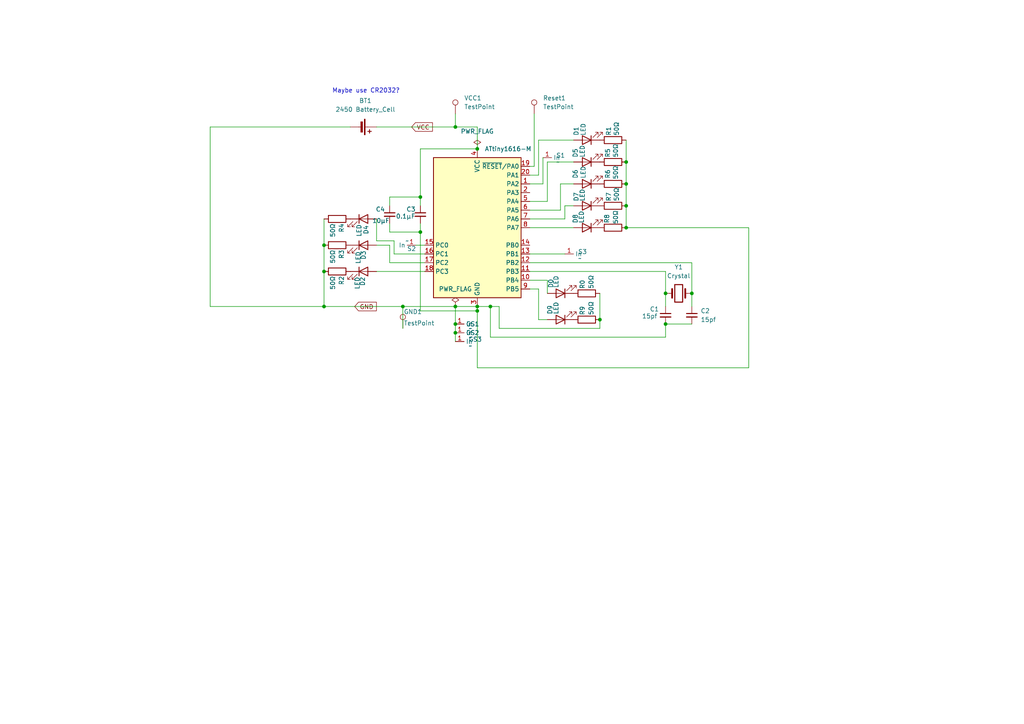
<source format=kicad_sch>
(kicad_sch
	(version 20250114)
	(generator "eeschema")
	(generator_version "9.0")
	(uuid "bc3b0f77-13c8-4ae5-b55c-5fe989ebeedc")
	(paper "A4")
	(lib_symbols
		(symbol "Connector:Empty_pad"
			(exclude_from_sim no)
			(in_bom yes)
			(on_board yes)
			(property "Reference" "P"
				(at -1.27 0 0)
				(effects
					(font
						(size 1.27 1.27)
					)
				)
			)
			(property "Value" ""
				(at 0 0 0)
				(effects
					(font
						(size 1.27 1.27)
					)
				)
			)
			(property "Footprint" ""
				(at 0 0 0)
				(effects
					(font
						(size 1.27 1.27)
					)
					(hide yes)
				)
			)
			(property "Datasheet" ""
				(at 0 0 0)
				(effects
					(font
						(size 1.27 1.27)
					)
					(hide yes)
				)
			)
			(property "Description" ""
				(at 0 0 0)
				(effects
					(font
						(size 1.27 1.27)
					)
					(hide yes)
				)
			)
			(symbol "Empty_pad_1_1"
				(pin input line
					(at 0 0 0)
					(length 2.54)
					(name "In"
						(effects
							(font
								(size 1.27 1.27)
							)
						)
					)
					(number "1"
						(effects
							(font
								(size 1.27 1.27)
							)
						)
					)
				)
			)
			(embedded_fonts no)
		)
		(symbol "Connector:TestPoint"
			(pin_numbers
				(hide yes)
			)
			(pin_names
				(offset 0.762)
				(hide yes)
			)
			(exclude_from_sim no)
			(in_bom yes)
			(on_board yes)
			(property "Reference" "TP"
				(at 0 6.858 0)
				(effects
					(font
						(size 1.27 1.27)
					)
				)
			)
			(property "Value" "TestPoint"
				(at 0 5.08 0)
				(effects
					(font
						(size 1.27 1.27)
					)
				)
			)
			(property "Footprint" ""
				(at 5.08 0 0)
				(effects
					(font
						(size 1.27 1.27)
					)
					(hide yes)
				)
			)
			(property "Datasheet" "~"
				(at 5.08 0 0)
				(effects
					(font
						(size 1.27 1.27)
					)
					(hide yes)
				)
			)
			(property "Description" "test point"
				(at 0 0 0)
				(effects
					(font
						(size 1.27 1.27)
					)
					(hide yes)
				)
			)
			(property "ki_keywords" "test point tp"
				(at 0 0 0)
				(effects
					(font
						(size 1.27 1.27)
					)
					(hide yes)
				)
			)
			(property "ki_fp_filters" "Pin* Test*"
				(at 0 0 0)
				(effects
					(font
						(size 1.27 1.27)
					)
					(hide yes)
				)
			)
			(symbol "TestPoint_0_1"
				(circle
					(center 0 3.302)
					(radius 0.762)
					(stroke
						(width 0)
						(type default)
					)
					(fill
						(type none)
					)
				)
			)
			(symbol "TestPoint_1_1"
				(pin passive line
					(at 0 0 90)
					(length 2.54)
					(name "1"
						(effects
							(font
								(size 1.27 1.27)
							)
						)
					)
					(number "1"
						(effects
							(font
								(size 1.27 1.27)
							)
						)
					)
				)
			)
			(embedded_fonts no)
		)
		(symbol "Device:Battery_Cell"
			(pin_numbers
				(hide yes)
			)
			(pin_names
				(offset 0)
				(hide yes)
			)
			(exclude_from_sim no)
			(in_bom yes)
			(on_board yes)
			(property "Reference" "BT"
				(at 2.54 2.54 0)
				(effects
					(font
						(size 1.27 1.27)
					)
					(justify left)
				)
			)
			(property "Value" "Battery_Cell"
				(at 2.54 0 0)
				(effects
					(font
						(size 1.27 1.27)
					)
					(justify left)
				)
			)
			(property "Footprint" ""
				(at 0 1.524 90)
				(effects
					(font
						(size 1.27 1.27)
					)
					(hide yes)
				)
			)
			(property "Datasheet" "~"
				(at 0 1.524 90)
				(effects
					(font
						(size 1.27 1.27)
					)
					(hide yes)
				)
			)
			(property "Description" "Single-cell battery"
				(at 0 0 0)
				(effects
					(font
						(size 1.27 1.27)
					)
					(hide yes)
				)
			)
			(property "ki_keywords" "battery cell"
				(at 0 0 0)
				(effects
					(font
						(size 1.27 1.27)
					)
					(hide yes)
				)
			)
			(symbol "Battery_Cell_0_1"
				(rectangle
					(start -2.286 1.778)
					(end 2.286 1.524)
					(stroke
						(width 0)
						(type default)
					)
					(fill
						(type outline)
					)
				)
				(rectangle
					(start -1.524 1.016)
					(end 1.524 0.508)
					(stroke
						(width 0)
						(type default)
					)
					(fill
						(type outline)
					)
				)
				(polyline
					(pts
						(xy 0 1.778) (xy 0 2.54)
					)
					(stroke
						(width 0)
						(type default)
					)
					(fill
						(type none)
					)
				)
				(polyline
					(pts
						(xy 0 0.762) (xy 0 0)
					)
					(stroke
						(width 0)
						(type default)
					)
					(fill
						(type none)
					)
				)
				(polyline
					(pts
						(xy 0.762 3.048) (xy 1.778 3.048)
					)
					(stroke
						(width 0.254)
						(type default)
					)
					(fill
						(type none)
					)
				)
				(polyline
					(pts
						(xy 1.27 3.556) (xy 1.27 2.54)
					)
					(stroke
						(width 0.254)
						(type default)
					)
					(fill
						(type none)
					)
				)
			)
			(symbol "Battery_Cell_1_1"
				(pin passive line
					(at 0 5.08 270)
					(length 2.54)
					(name "+"
						(effects
							(font
								(size 1.27 1.27)
							)
						)
					)
					(number "1"
						(effects
							(font
								(size 1.27 1.27)
							)
						)
					)
				)
				(pin passive line
					(at 0 -2.54 90)
					(length 2.54)
					(name "-"
						(effects
							(font
								(size 1.27 1.27)
							)
						)
					)
					(number "2"
						(effects
							(font
								(size 1.27 1.27)
							)
						)
					)
				)
			)
			(embedded_fonts no)
		)
		(symbol "Device:C_Small"
			(pin_numbers
				(hide yes)
			)
			(pin_names
				(offset 0.254)
				(hide yes)
			)
			(exclude_from_sim no)
			(in_bom yes)
			(on_board yes)
			(property "Reference" "C"
				(at 0.254 1.778 0)
				(effects
					(font
						(size 1.27 1.27)
					)
					(justify left)
				)
			)
			(property "Value" "C_Small"
				(at 0.254 -2.032 0)
				(effects
					(font
						(size 1.27 1.27)
					)
					(justify left)
				)
			)
			(property "Footprint" ""
				(at 0 0 0)
				(effects
					(font
						(size 1.27 1.27)
					)
					(hide yes)
				)
			)
			(property "Datasheet" "~"
				(at 0 0 0)
				(effects
					(font
						(size 1.27 1.27)
					)
					(hide yes)
				)
			)
			(property "Description" "Unpolarized capacitor, small symbol"
				(at 0 0 0)
				(effects
					(font
						(size 1.27 1.27)
					)
					(hide yes)
				)
			)
			(property "ki_keywords" "capacitor cap"
				(at 0 0 0)
				(effects
					(font
						(size 1.27 1.27)
					)
					(hide yes)
				)
			)
			(property "ki_fp_filters" "C_*"
				(at 0 0 0)
				(effects
					(font
						(size 1.27 1.27)
					)
					(hide yes)
				)
			)
			(symbol "C_Small_0_1"
				(polyline
					(pts
						(xy -1.524 0.508) (xy 1.524 0.508)
					)
					(stroke
						(width 0.3048)
						(type default)
					)
					(fill
						(type none)
					)
				)
				(polyline
					(pts
						(xy -1.524 -0.508) (xy 1.524 -0.508)
					)
					(stroke
						(width 0.3302)
						(type default)
					)
					(fill
						(type none)
					)
				)
			)
			(symbol "C_Small_1_1"
				(pin passive line
					(at 0 2.54 270)
					(length 2.032)
					(name "~"
						(effects
							(font
								(size 1.27 1.27)
							)
						)
					)
					(number "1"
						(effects
							(font
								(size 1.27 1.27)
							)
						)
					)
				)
				(pin passive line
					(at 0 -2.54 90)
					(length 2.032)
					(name "~"
						(effects
							(font
								(size 1.27 1.27)
							)
						)
					)
					(number "2"
						(effects
							(font
								(size 1.27 1.27)
							)
						)
					)
				)
			)
			(embedded_fonts no)
		)
		(symbol "Device:Crystal"
			(pin_numbers
				(hide yes)
			)
			(pin_names
				(offset 1.016)
				(hide yes)
			)
			(exclude_from_sim no)
			(in_bom yes)
			(on_board yes)
			(property "Reference" "Y"
				(at 0 3.81 0)
				(effects
					(font
						(size 1.27 1.27)
					)
				)
			)
			(property "Value" "Crystal"
				(at 0 -3.81 0)
				(effects
					(font
						(size 1.27 1.27)
					)
				)
			)
			(property "Footprint" ""
				(at 0 0 0)
				(effects
					(font
						(size 1.27 1.27)
					)
					(hide yes)
				)
			)
			(property "Datasheet" "~"
				(at 0 0 0)
				(effects
					(font
						(size 1.27 1.27)
					)
					(hide yes)
				)
			)
			(property "Description" "Two pin crystal"
				(at 0 0 0)
				(effects
					(font
						(size 1.27 1.27)
					)
					(hide yes)
				)
			)
			(property "ki_keywords" "quartz ceramic resonator oscillator"
				(at 0 0 0)
				(effects
					(font
						(size 1.27 1.27)
					)
					(hide yes)
				)
			)
			(property "ki_fp_filters" "Crystal*"
				(at 0 0 0)
				(effects
					(font
						(size 1.27 1.27)
					)
					(hide yes)
				)
			)
			(symbol "Crystal_0_1"
				(polyline
					(pts
						(xy -2.54 0) (xy -1.905 0)
					)
					(stroke
						(width 0)
						(type default)
					)
					(fill
						(type none)
					)
				)
				(polyline
					(pts
						(xy -1.905 -1.27) (xy -1.905 1.27)
					)
					(stroke
						(width 0.508)
						(type default)
					)
					(fill
						(type none)
					)
				)
				(rectangle
					(start -1.143 2.54)
					(end 1.143 -2.54)
					(stroke
						(width 0.3048)
						(type default)
					)
					(fill
						(type none)
					)
				)
				(polyline
					(pts
						(xy 1.905 -1.27) (xy 1.905 1.27)
					)
					(stroke
						(width 0.508)
						(type default)
					)
					(fill
						(type none)
					)
				)
				(polyline
					(pts
						(xy 2.54 0) (xy 1.905 0)
					)
					(stroke
						(width 0)
						(type default)
					)
					(fill
						(type none)
					)
				)
			)
			(symbol "Crystal_1_1"
				(pin passive line
					(at -3.81 0 0)
					(length 1.27)
					(name "1"
						(effects
							(font
								(size 1.27 1.27)
							)
						)
					)
					(number "1"
						(effects
							(font
								(size 1.27 1.27)
							)
						)
					)
				)
				(pin passive line
					(at 3.81 0 180)
					(length 1.27)
					(name "2"
						(effects
							(font
								(size 1.27 1.27)
							)
						)
					)
					(number "2"
						(effects
							(font
								(size 1.27 1.27)
							)
						)
					)
				)
			)
			(embedded_fonts no)
		)
		(symbol "Device:LED"
			(pin_numbers
				(hide yes)
			)
			(pin_names
				(offset 1.016)
				(hide yes)
			)
			(exclude_from_sim no)
			(in_bom yes)
			(on_board yes)
			(property "Reference" "D"
				(at 0 2.54 0)
				(effects
					(font
						(size 1.27 1.27)
					)
				)
			)
			(property "Value" "LED"
				(at 0 -2.54 0)
				(effects
					(font
						(size 1.27 1.27)
					)
				)
			)
			(property "Footprint" ""
				(at 0 0 0)
				(effects
					(font
						(size 1.27 1.27)
					)
					(hide yes)
				)
			)
			(property "Datasheet" "~"
				(at 0 0 0)
				(effects
					(font
						(size 1.27 1.27)
					)
					(hide yes)
				)
			)
			(property "Description" "Light emitting diode"
				(at 0 0 0)
				(effects
					(font
						(size 1.27 1.27)
					)
					(hide yes)
				)
			)
			(property "Sim.Pins" "1=K 2=A"
				(at 0 0 0)
				(effects
					(font
						(size 1.27 1.27)
					)
					(hide yes)
				)
			)
			(property "ki_keywords" "LED diode"
				(at 0 0 0)
				(effects
					(font
						(size 1.27 1.27)
					)
					(hide yes)
				)
			)
			(property "ki_fp_filters" "LED* LED_SMD:* LED_THT:*"
				(at 0 0 0)
				(effects
					(font
						(size 1.27 1.27)
					)
					(hide yes)
				)
			)
			(symbol "LED_0_1"
				(polyline
					(pts
						(xy -3.048 -0.762) (xy -4.572 -2.286) (xy -3.81 -2.286) (xy -4.572 -2.286) (xy -4.572 -1.524)
					)
					(stroke
						(width 0)
						(type default)
					)
					(fill
						(type none)
					)
				)
				(polyline
					(pts
						(xy -1.778 -0.762) (xy -3.302 -2.286) (xy -2.54 -2.286) (xy -3.302 -2.286) (xy -3.302 -1.524)
					)
					(stroke
						(width 0)
						(type default)
					)
					(fill
						(type none)
					)
				)
				(polyline
					(pts
						(xy -1.27 0) (xy 1.27 0)
					)
					(stroke
						(width 0)
						(type default)
					)
					(fill
						(type none)
					)
				)
				(polyline
					(pts
						(xy -1.27 -1.27) (xy -1.27 1.27)
					)
					(stroke
						(width 0.254)
						(type default)
					)
					(fill
						(type none)
					)
				)
				(polyline
					(pts
						(xy 1.27 -1.27) (xy 1.27 1.27) (xy -1.27 0) (xy 1.27 -1.27)
					)
					(stroke
						(width 0.254)
						(type default)
					)
					(fill
						(type none)
					)
				)
			)
			(symbol "LED_1_1"
				(pin passive line
					(at -3.81 0 0)
					(length 2.54)
					(name "K"
						(effects
							(font
								(size 1.27 1.27)
							)
						)
					)
					(number "1"
						(effects
							(font
								(size 1.27 1.27)
							)
						)
					)
				)
				(pin passive line
					(at 3.81 0 180)
					(length 2.54)
					(name "A"
						(effects
							(font
								(size 1.27 1.27)
							)
						)
					)
					(number "2"
						(effects
							(font
								(size 1.27 1.27)
							)
						)
					)
				)
			)
			(embedded_fonts no)
		)
		(symbol "Device:R"
			(pin_numbers
				(hide yes)
			)
			(pin_names
				(offset 0)
			)
			(exclude_from_sim no)
			(in_bom yes)
			(on_board yes)
			(property "Reference" "R"
				(at 2.032 0 90)
				(effects
					(font
						(size 1.27 1.27)
					)
				)
			)
			(property "Value" "R"
				(at 0 0 90)
				(effects
					(font
						(size 1.27 1.27)
					)
				)
			)
			(property "Footprint" ""
				(at -1.778 0 90)
				(effects
					(font
						(size 1.27 1.27)
					)
					(hide yes)
				)
			)
			(property "Datasheet" "~"
				(at 0 0 0)
				(effects
					(font
						(size 1.27 1.27)
					)
					(hide yes)
				)
			)
			(property "Description" "Resistor"
				(at 0 0 0)
				(effects
					(font
						(size 1.27 1.27)
					)
					(hide yes)
				)
			)
			(property "ki_keywords" "R res resistor"
				(at 0 0 0)
				(effects
					(font
						(size 1.27 1.27)
					)
					(hide yes)
				)
			)
			(property "ki_fp_filters" "R_*"
				(at 0 0 0)
				(effects
					(font
						(size 1.27 1.27)
					)
					(hide yes)
				)
			)
			(symbol "R_0_1"
				(rectangle
					(start -1.016 -2.54)
					(end 1.016 2.54)
					(stroke
						(width 0.254)
						(type default)
					)
					(fill
						(type none)
					)
				)
			)
			(symbol "R_1_1"
				(pin passive line
					(at 0 3.81 270)
					(length 1.27)
					(name "~"
						(effects
							(font
								(size 1.27 1.27)
							)
						)
					)
					(number "1"
						(effects
							(font
								(size 1.27 1.27)
							)
						)
					)
				)
				(pin passive line
					(at 0 -3.81 90)
					(length 1.27)
					(name "~"
						(effects
							(font
								(size 1.27 1.27)
							)
						)
					)
					(number "2"
						(effects
							(font
								(size 1.27 1.27)
							)
						)
					)
				)
			)
			(embedded_fonts no)
		)
		(symbol "MCU_Microchip_ATtiny:ATtiny1616-M"
			(exclude_from_sim no)
			(in_bom yes)
			(on_board yes)
			(property "Reference" "U"
				(at -12.7 21.59 0)
				(effects
					(font
						(size 1.27 1.27)
					)
					(justify left bottom)
				)
			)
			(property "Value" "ATtiny1616-M"
				(at 2.54 -21.59 0)
				(effects
					(font
						(size 1.27 1.27)
					)
					(justify left top)
				)
			)
			(property "Footprint" "Package_DFN_QFN:VQFN-20-1EP_3x3mm_P0.4mm_EP1.7x1.7mm"
				(at 0 0 0)
				(effects
					(font
						(size 1.27 1.27)
						(italic yes)
					)
					(hide yes)
				)
			)
			(property "Datasheet" "http://ww1.microchip.com/downloads/en/DeviceDoc/ATtiny3216_ATtiny1616-data-sheet-40001997B.pdf"
				(at 0 0 0)
				(effects
					(font
						(size 1.27 1.27)
					)
					(hide yes)
				)
			)
			(property "Description" "20MHz, 16kB Flash, 2kB SRAM, 256B EEPROM, VQFN-20"
				(at 0 0 0)
				(effects
					(font
						(size 1.27 1.27)
					)
					(hide yes)
				)
			)
			(property "ki_keywords" "AVR 8bit Microcontroller tinyAVR"
				(at 0 0 0)
				(effects
					(font
						(size 1.27 1.27)
					)
					(hide yes)
				)
			)
			(property "ki_fp_filters" "VQFN*1EP*3x3mm*P0.4mm*"
				(at 0 0 0)
				(effects
					(font
						(size 1.27 1.27)
					)
					(hide yes)
				)
			)
			(symbol "ATtiny1616-M_0_1"
				(rectangle
					(start -12.7 -20.32)
					(end 12.7 20.32)
					(stroke
						(width 0.254)
						(type default)
					)
					(fill
						(type background)
					)
				)
			)
			(symbol "ATtiny1616-M_1_1"
				(pin bidirectional line
					(at -15.24 -5.08 0)
					(length 2.54)
					(name "PC0"
						(effects
							(font
								(size 1.27 1.27)
							)
						)
					)
					(number "15"
						(effects
							(font
								(size 1.27 1.27)
							)
						)
					)
				)
				(pin bidirectional line
					(at -15.24 -7.62 0)
					(length 2.54)
					(name "PC1"
						(effects
							(font
								(size 1.27 1.27)
							)
						)
					)
					(number "16"
						(effects
							(font
								(size 1.27 1.27)
							)
						)
					)
				)
				(pin bidirectional line
					(at -15.24 -10.16 0)
					(length 2.54)
					(name "PC2"
						(effects
							(font
								(size 1.27 1.27)
							)
						)
					)
					(number "17"
						(effects
							(font
								(size 1.27 1.27)
							)
						)
					)
				)
				(pin bidirectional line
					(at -15.24 -12.7 0)
					(length 2.54)
					(name "PC3"
						(effects
							(font
								(size 1.27 1.27)
							)
						)
					)
					(number "18"
						(effects
							(font
								(size 1.27 1.27)
							)
						)
					)
				)
				(pin power_in line
					(at 0 22.86 270)
					(length 2.54)
					(name "VCC"
						(effects
							(font
								(size 1.27 1.27)
							)
						)
					)
					(number "4"
						(effects
							(font
								(size 1.27 1.27)
							)
						)
					)
				)
				(pin passive line
					(at 0 -22.86 90)
					(length 2.54)
					(hide yes)
					(name "GND"
						(effects
							(font
								(size 1.27 1.27)
							)
						)
					)
					(number "21"
						(effects
							(font
								(size 1.27 1.27)
							)
						)
					)
				)
				(pin power_in line
					(at 0 -22.86 90)
					(length 2.54)
					(name "GND"
						(effects
							(font
								(size 1.27 1.27)
							)
						)
					)
					(number "3"
						(effects
							(font
								(size 1.27 1.27)
							)
						)
					)
				)
				(pin bidirectional line
					(at 15.24 17.78 180)
					(length 2.54)
					(name "~{RESET}/PA0"
						(effects
							(font
								(size 1.27 1.27)
							)
						)
					)
					(number "19"
						(effects
							(font
								(size 1.27 1.27)
							)
						)
					)
				)
				(pin bidirectional line
					(at 15.24 15.24 180)
					(length 2.54)
					(name "PA1"
						(effects
							(font
								(size 1.27 1.27)
							)
						)
					)
					(number "20"
						(effects
							(font
								(size 1.27 1.27)
							)
						)
					)
				)
				(pin bidirectional line
					(at 15.24 12.7 180)
					(length 2.54)
					(name "PA2"
						(effects
							(font
								(size 1.27 1.27)
							)
						)
					)
					(number "1"
						(effects
							(font
								(size 1.27 1.27)
							)
						)
					)
				)
				(pin bidirectional line
					(at 15.24 10.16 180)
					(length 2.54)
					(name "PA3"
						(effects
							(font
								(size 1.27 1.27)
							)
						)
					)
					(number "2"
						(effects
							(font
								(size 1.27 1.27)
							)
						)
					)
				)
				(pin bidirectional line
					(at 15.24 7.62 180)
					(length 2.54)
					(name "PA4"
						(effects
							(font
								(size 1.27 1.27)
							)
						)
					)
					(number "5"
						(effects
							(font
								(size 1.27 1.27)
							)
						)
					)
				)
				(pin bidirectional line
					(at 15.24 5.08 180)
					(length 2.54)
					(name "PA5"
						(effects
							(font
								(size 1.27 1.27)
							)
						)
					)
					(number "6"
						(effects
							(font
								(size 1.27 1.27)
							)
						)
					)
				)
				(pin bidirectional line
					(at 15.24 2.54 180)
					(length 2.54)
					(name "PA6"
						(effects
							(font
								(size 1.27 1.27)
							)
						)
					)
					(number "7"
						(effects
							(font
								(size 1.27 1.27)
							)
						)
					)
				)
				(pin bidirectional line
					(at 15.24 0 180)
					(length 2.54)
					(name "PA7"
						(effects
							(font
								(size 1.27 1.27)
							)
						)
					)
					(number "8"
						(effects
							(font
								(size 1.27 1.27)
							)
						)
					)
				)
				(pin bidirectional line
					(at 15.24 -5.08 180)
					(length 2.54)
					(name "PB0"
						(effects
							(font
								(size 1.27 1.27)
							)
						)
					)
					(number "14"
						(effects
							(font
								(size 1.27 1.27)
							)
						)
					)
				)
				(pin bidirectional line
					(at 15.24 -7.62 180)
					(length 2.54)
					(name "PB1"
						(effects
							(font
								(size 1.27 1.27)
							)
						)
					)
					(number "13"
						(effects
							(font
								(size 1.27 1.27)
							)
						)
					)
				)
				(pin bidirectional line
					(at 15.24 -10.16 180)
					(length 2.54)
					(name "PB2"
						(effects
							(font
								(size 1.27 1.27)
							)
						)
					)
					(number "12"
						(effects
							(font
								(size 1.27 1.27)
							)
						)
					)
				)
				(pin bidirectional line
					(at 15.24 -12.7 180)
					(length 2.54)
					(name "PB3"
						(effects
							(font
								(size 1.27 1.27)
							)
						)
					)
					(number "11"
						(effects
							(font
								(size 1.27 1.27)
							)
						)
					)
				)
				(pin bidirectional line
					(at 15.24 -15.24 180)
					(length 2.54)
					(name "PB4"
						(effects
							(font
								(size 1.27 1.27)
							)
						)
					)
					(number "10"
						(effects
							(font
								(size 1.27 1.27)
							)
						)
					)
				)
				(pin bidirectional line
					(at 15.24 -17.78 180)
					(length 2.54)
					(name "PB5"
						(effects
							(font
								(size 1.27 1.27)
							)
						)
					)
					(number "9"
						(effects
							(font
								(size 1.27 1.27)
							)
						)
					)
				)
			)
			(embedded_fonts no)
		)
		(symbol "power:PWR_FLAG"
			(power)
			(pin_numbers
				(hide yes)
			)
			(pin_names
				(offset 0)
				(hide yes)
			)
			(exclude_from_sim no)
			(in_bom yes)
			(on_board yes)
			(property "Reference" "#FLG"
				(at 0 1.905 0)
				(effects
					(font
						(size 1.27 1.27)
					)
					(hide yes)
				)
			)
			(property "Value" "PWR_FLAG"
				(at 0 3.81 0)
				(effects
					(font
						(size 1.27 1.27)
					)
				)
			)
			(property "Footprint" ""
				(at 0 0 0)
				(effects
					(font
						(size 1.27 1.27)
					)
					(hide yes)
				)
			)
			(property "Datasheet" "~"
				(at 0 0 0)
				(effects
					(font
						(size 1.27 1.27)
					)
					(hide yes)
				)
			)
			(property "Description" "Special symbol for telling ERC where power comes from"
				(at 0 0 0)
				(effects
					(font
						(size 1.27 1.27)
					)
					(hide yes)
				)
			)
			(property "ki_keywords" "flag power"
				(at 0 0 0)
				(effects
					(font
						(size 1.27 1.27)
					)
					(hide yes)
				)
			)
			(symbol "PWR_FLAG_0_0"
				(pin power_out line
					(at 0 0 90)
					(length 0)
					(name "~"
						(effects
							(font
								(size 1.27 1.27)
							)
						)
					)
					(number "1"
						(effects
							(font
								(size 1.27 1.27)
							)
						)
					)
				)
			)
			(symbol "PWR_FLAG_0_1"
				(polyline
					(pts
						(xy 0 0) (xy 0 1.27) (xy -1.016 1.905) (xy 0 2.54) (xy 1.016 1.905) (xy 0 1.27)
					)
					(stroke
						(width 0)
						(type default)
					)
					(fill
						(type none)
					)
				)
			)
			(embedded_fonts no)
		)
	)
	(text "Maybe use CR2032?"
		(exclude_from_sim no)
		(at 106.172 26.416 0)
		(effects
			(font
				(size 1.27 1.27)
			)
		)
		(uuid "087d4dd8-0b4c-4459-b950-083bcd72ce7d")
	)
	(junction
		(at 132.08 96.52)
		(diameter 0)
		(color 0 0 0 0)
		(uuid "0d80376d-fd46-487c-85f7-5f81d400944a")
	)
	(junction
		(at 138.43 90.17)
		(diameter 0)
		(color 0 0 0 0)
		(uuid "0f3fe6c4-51df-43c9-963c-661f5c182ac9")
	)
	(junction
		(at 181.61 53.34)
		(diameter 0)
		(color 0 0 0 0)
		(uuid "112b10ce-0fd8-4d29-8273-e9e26d2e1548")
	)
	(junction
		(at 181.61 59.69)
		(diameter 0)
		(color 0 0 0 0)
		(uuid "22af5db6-5b0a-464a-8acc-5e972d998867")
	)
	(junction
		(at 200.66 85.09)
		(diameter 0)
		(color 0 0 0 0)
		(uuid "292ff57a-5ca1-4ea0-9040-01522938cbd7")
	)
	(junction
		(at 181.61 66.04)
		(diameter 0)
		(color 0 0 0 0)
		(uuid "344a1ef5-1864-456e-ac17-7deb0551e17f")
	)
	(junction
		(at 138.43 88.9)
		(diameter 0)
		(color 0 0 0 0)
		(uuid "3f17c03d-105e-44d4-bc80-cb1b53c1299e")
	)
	(junction
		(at 132.08 36.83)
		(diameter 0)
		(color 0 0 0 0)
		(uuid "53bc316f-d932-4222-86f8-61b287ff707b")
	)
	(junction
		(at 93.98 78.74)
		(diameter 0)
		(color 0 0 0 0)
		(uuid "5957d78a-cd8f-4074-8319-50e8dc7716e6")
	)
	(junction
		(at 138.43 43.18)
		(diameter 0)
		(color 0 0 0 0)
		(uuid "6141ec4b-b9bc-4eeb-967c-80e1630fed32")
	)
	(junction
		(at 193.04 93.98)
		(diameter 0)
		(color 0 0 0 0)
		(uuid "62d199e3-4c8c-4752-aff7-48757caa01fd")
	)
	(junction
		(at 132.08 93.98)
		(diameter 0)
		(color 0 0 0 0)
		(uuid "7c2ca271-21ce-4eca-9185-949f2ba58625")
	)
	(junction
		(at 121.92 67.31)
		(diameter 0)
		(color 0 0 0 0)
		(uuid "7ef9f92b-6dfd-4ba3-9b62-899f6c77e8e6")
	)
	(junction
		(at 93.98 71.12)
		(diameter 0)
		(color 0 0 0 0)
		(uuid "87486f82-0013-4137-affd-58a9def49605")
	)
	(junction
		(at 193.04 85.09)
		(diameter 0)
		(color 0 0 0 0)
		(uuid "aa003893-2327-4965-8b61-f12e1c71c935")
	)
	(junction
		(at 132.08 88.9)
		(diameter 0)
		(color 0 0 0 0)
		(uuid "add5a9cb-5cb8-4b33-9606-5cc1791b0ab1")
	)
	(junction
		(at 93.98 88.9)
		(diameter 0)
		(color 0 0 0 0)
		(uuid "b1a00a89-c21d-4ebe-ba72-2be6d316d378")
	)
	(junction
		(at 181.61 46.99)
		(diameter 0)
		(color 0 0 0 0)
		(uuid "c68f7146-9960-4435-969a-907f96156fc1")
	)
	(junction
		(at 142.24 88.9)
		(diameter 0)
		(color 0 0 0 0)
		(uuid "dab266ca-6af2-4049-9bdd-3e5b91fb120f")
	)
	(junction
		(at 116.84 88.9)
		(diameter 0)
		(color 0 0 0 0)
		(uuid "e5d2bea4-e087-4826-965a-b10b0ed30489")
	)
	(junction
		(at 173.99 92.71)
		(diameter 0)
		(color 0 0 0 0)
		(uuid "eafe8ca8-897d-4c5e-9552-cb5fb615de39")
	)
	(junction
		(at 121.92 57.15)
		(diameter 0)
		(color 0 0 0 0)
		(uuid "f4bd02c6-33d6-464d-a1af-ed87c33a2678")
	)
	(wire
		(pts
			(xy 173.99 92.71) (xy 173.99 95.25)
		)
		(stroke
			(width 0)
			(type default)
		)
		(uuid "021df7aa-4ac6-4c68-abd5-0643921e12a5")
	)
	(wire
		(pts
			(xy 114.3 69.85) (xy 109.22 69.85)
		)
		(stroke
			(width 0)
			(type default)
		)
		(uuid "13af2112-9458-4702-a885-098739b5e6ae")
	)
	(wire
		(pts
			(xy 113.03 57.15) (xy 113.03 59.69)
		)
		(stroke
			(width 0)
			(type default)
		)
		(uuid "1adde23b-6566-4544-af7d-90f632ba7895")
	)
	(wire
		(pts
			(xy 132.08 93.98) (xy 132.08 96.52)
		)
		(stroke
			(width 0)
			(type default)
		)
		(uuid "21a1b4be-37dd-4a6e-ac66-2e70125d8019")
	)
	(wire
		(pts
			(xy 109.22 36.83) (xy 132.08 36.83)
		)
		(stroke
			(width 0)
			(type default)
		)
		(uuid "220271e7-99d6-4cef-a91c-f9dedc7da6bc")
	)
	(wire
		(pts
			(xy 153.67 60.96) (xy 162.56 60.96)
		)
		(stroke
			(width 0)
			(type default)
		)
		(uuid "24a5e9bb-f13f-486d-9e51-f83bde341116")
	)
	(wire
		(pts
			(xy 153.67 48.26) (xy 154.94 48.26)
		)
		(stroke
			(width 0)
			(type default)
		)
		(uuid "2802a167-a995-49a2-b7b5-e5c5a7dc7650")
	)
	(wire
		(pts
			(xy 109.22 78.74) (xy 123.19 78.74)
		)
		(stroke
			(width 0)
			(type default)
		)
		(uuid "286bd985-37d5-4df2-8d4e-ac6f5ba8042e")
	)
	(wire
		(pts
			(xy 138.43 88.9) (xy 138.43 90.17)
		)
		(stroke
			(width 0)
			(type default)
		)
		(uuid "28fc46f7-896b-499b-a598-66888fb4014b")
	)
	(wire
		(pts
			(xy 132.08 88.9) (xy 138.43 88.9)
		)
		(stroke
			(width 0)
			(type default)
		)
		(uuid "2a1b8306-751a-44f6-8995-f5790a664f17")
	)
	(wire
		(pts
			(xy 200.66 85.09) (xy 200.66 88.9)
		)
		(stroke
			(width 0)
			(type default)
		)
		(uuid "2b8a9f40-f147-4148-8760-be891f6d2c47")
	)
	(wire
		(pts
			(xy 121.92 57.15) (xy 121.92 59.69)
		)
		(stroke
			(width 0)
			(type default)
		)
		(uuid "2b987c50-1646-44c7-b6f9-404f9b528bce")
	)
	(wire
		(pts
			(xy 132.08 33.02) (xy 132.08 36.83)
		)
		(stroke
			(width 0)
			(type default)
		)
		(uuid "2cb2da66-581d-486f-ab29-1e43f4f94e4c")
	)
	(wire
		(pts
			(xy 116.84 88.9) (xy 132.08 88.9)
		)
		(stroke
			(width 0)
			(type default)
		)
		(uuid "2da3ffc7-7330-455d-be70-2f9a0087d0b1")
	)
	(wire
		(pts
			(xy 60.96 88.9) (xy 60.96 36.83)
		)
		(stroke
			(width 0)
			(type default)
		)
		(uuid "2df19696-dfbf-4f25-9ec1-f666163ad6c2")
	)
	(wire
		(pts
			(xy 217.17 66.04) (xy 217.17 106.68)
		)
		(stroke
			(width 0)
			(type default)
		)
		(uuid "2ea68d8c-9fa2-41b4-970d-e6b200e53f36")
	)
	(wire
		(pts
			(xy 153.67 81.28) (xy 158.75 81.28)
		)
		(stroke
			(width 0)
			(type default)
		)
		(uuid "31b79c8f-bb1a-47a5-9f03-b18b67383a91")
	)
	(wire
		(pts
			(xy 162.56 53.34) (xy 166.37 53.34)
		)
		(stroke
			(width 0)
			(type default)
		)
		(uuid "382b5cc1-8e47-4509-9094-9b9dfaeec4dc")
	)
	(wire
		(pts
			(xy 93.98 88.9) (xy 116.84 88.9)
		)
		(stroke
			(width 0)
			(type default)
		)
		(uuid "3b367c43-f959-480e-8cd5-f0149928192d")
	)
	(wire
		(pts
			(xy 113.03 71.12) (xy 109.22 71.12)
		)
		(stroke
			(width 0)
			(type default)
		)
		(uuid "3c1f5c37-26f1-4a4d-88aa-90c5373f1c8d")
	)
	(wire
		(pts
			(xy 156.21 50.8) (xy 156.21 40.64)
		)
		(stroke
			(width 0)
			(type default)
		)
		(uuid "428aea05-2cfe-41f2-979a-3c58d6656c04")
	)
	(wire
		(pts
			(xy 144.78 88.9) (xy 142.24 88.9)
		)
		(stroke
			(width 0)
			(type default)
		)
		(uuid "49eeed45-d295-4fa6-9052-9e2267d90f3c")
	)
	(wire
		(pts
			(xy 120.65 71.12) (xy 123.19 71.12)
		)
		(stroke
			(width 0)
			(type default)
		)
		(uuid "4a43db4b-83b8-4a48-ade7-f62a7e7f49ce")
	)
	(wire
		(pts
			(xy 162.56 60.96) (xy 162.56 53.34)
		)
		(stroke
			(width 0)
			(type default)
		)
		(uuid "4cf6ecf2-c3a8-4961-9d18-e9aac50aedc0")
	)
	(wire
		(pts
			(xy 153.67 58.42) (xy 158.75 58.42)
		)
		(stroke
			(width 0)
			(type default)
		)
		(uuid "4f35821c-5980-4b3b-9663-022dc7613c94")
	)
	(wire
		(pts
			(xy 121.92 43.18) (xy 121.92 57.15)
		)
		(stroke
			(width 0)
			(type default)
		)
		(uuid "4f7800ab-22a6-4df3-8aef-2c1ca99bdfe7")
	)
	(wire
		(pts
			(xy 181.61 59.69) (xy 181.61 66.04)
		)
		(stroke
			(width 0)
			(type default)
		)
		(uuid "5006d2e9-7fc7-47f9-bc20-cab04a81c46f")
	)
	(wire
		(pts
			(xy 142.24 88.9) (xy 138.43 88.9)
		)
		(stroke
			(width 0)
			(type default)
		)
		(uuid "52ce9e7d-d744-47e5-a90e-7c53d5ec8f78")
	)
	(wire
		(pts
			(xy 138.43 36.83) (xy 138.43 43.18)
		)
		(stroke
			(width 0)
			(type default)
		)
		(uuid "5ada20fd-cec3-4978-a270-ef9e242dbc47")
	)
	(wire
		(pts
			(xy 158.75 46.99) (xy 166.37 46.99)
		)
		(stroke
			(width 0)
			(type default)
		)
		(uuid "5b00c19f-5b63-4782-b87b-f91bdb35745d")
	)
	(wire
		(pts
			(xy 109.22 63.5) (xy 109.22 69.85)
		)
		(stroke
			(width 0)
			(type default)
		)
		(uuid "5ba77888-242c-437c-bd53-e6b5efcf92e6")
	)
	(wire
		(pts
			(xy 123.19 73.66) (xy 114.3 73.66)
		)
		(stroke
			(width 0)
			(type default)
		)
		(uuid "5c928051-b9ac-4d74-9fc0-46915fd3ac85")
	)
	(wire
		(pts
			(xy 156.21 92.71) (xy 158.75 92.71)
		)
		(stroke
			(width 0)
			(type default)
		)
		(uuid "5d54e863-c5ea-4b28-b4ee-df9c5bc58095")
	)
	(wire
		(pts
			(xy 153.67 76.2) (xy 200.66 76.2)
		)
		(stroke
			(width 0)
			(type default)
		)
		(uuid "5d9e9460-ff57-419a-a8e6-23b552b59003")
	)
	(wire
		(pts
			(xy 144.78 95.25) (xy 144.78 88.9)
		)
		(stroke
			(width 0)
			(type default)
		)
		(uuid "5da84d1e-e7e6-493e-8a37-d99d1a22de99")
	)
	(wire
		(pts
			(xy 121.92 57.15) (xy 113.03 57.15)
		)
		(stroke
			(width 0)
			(type default)
		)
		(uuid "5fd53170-af70-4edd-a918-4908cce13c52")
	)
	(wire
		(pts
			(xy 193.04 97.79) (xy 142.24 97.79)
		)
		(stroke
			(width 0)
			(type default)
		)
		(uuid "647941d5-1016-49f9-a6f0-010df620b570")
	)
	(wire
		(pts
			(xy 116.84 88.9) (xy 116.84 95.25)
		)
		(stroke
			(width 0)
			(type default)
		)
		(uuid "679ad217-a06d-4bd7-979d-0bb276bda181")
	)
	(wire
		(pts
			(xy 154.94 33.02) (xy 154.94 48.26)
		)
		(stroke
			(width 0)
			(type default)
		)
		(uuid "68ba6c6b-d20b-4bec-9a9f-e38a70d0460a")
	)
	(wire
		(pts
			(xy 132.08 36.83) (xy 138.43 36.83)
		)
		(stroke
			(width 0)
			(type default)
		)
		(uuid "6c5de156-341a-4cb1-b880-68757c49e495")
	)
	(wire
		(pts
			(xy 158.75 81.28) (xy 158.75 85.09)
		)
		(stroke
			(width 0)
			(type default)
		)
		(uuid "6ef3b471-06a7-4cf5-8e0b-6ab6d400cb16")
	)
	(wire
		(pts
			(xy 114.3 73.66) (xy 114.3 69.85)
		)
		(stroke
			(width 0)
			(type default)
		)
		(uuid "75bc5a16-d78c-45b0-a659-83caabce3bc8")
	)
	(wire
		(pts
			(xy 193.04 93.98) (xy 200.66 93.98)
		)
		(stroke
			(width 0)
			(type default)
		)
		(uuid "7824c499-d356-48d4-83d8-ba59add474b5")
	)
	(wire
		(pts
			(xy 60.96 36.83) (xy 101.6 36.83)
		)
		(stroke
			(width 0)
			(type default)
		)
		(uuid "7f8ed30b-5fd6-4cea-9ef1-aa9c4b3b5652")
	)
	(wire
		(pts
			(xy 173.99 85.09) (xy 173.99 92.71)
		)
		(stroke
			(width 0)
			(type default)
		)
		(uuid "804c68fa-39d5-4d84-8bf3-275b7a0c1389")
	)
	(wire
		(pts
			(xy 163.83 59.69) (xy 166.37 59.69)
		)
		(stroke
			(width 0)
			(type default)
		)
		(uuid "8a3c37f8-e721-44ca-8830-75aeeeea20bb")
	)
	(wire
		(pts
			(xy 181.61 66.04) (xy 217.17 66.04)
		)
		(stroke
			(width 0)
			(type default)
		)
		(uuid "8c4be5d6-afa4-43da-9870-453ee9ab6f82")
	)
	(wire
		(pts
			(xy 93.98 63.5) (xy 93.98 71.12)
		)
		(stroke
			(width 0)
			(type default)
		)
		(uuid "8f6c7c35-7749-4386-91cb-fbcdc957cbf9")
	)
	(wire
		(pts
			(xy 93.98 71.12) (xy 93.98 78.74)
		)
		(stroke
			(width 0)
			(type default)
		)
		(uuid "917f895f-fb89-4d7d-8224-10e880366a85")
	)
	(wire
		(pts
			(xy 193.04 93.98) (xy 193.04 97.79)
		)
		(stroke
			(width 0)
			(type default)
		)
		(uuid "9834b539-0495-40b5-a64b-50375680707f")
	)
	(wire
		(pts
			(xy 113.03 67.31) (xy 121.92 67.31)
		)
		(stroke
			(width 0)
			(type default)
		)
		(uuid "99361001-63e9-4a27-a2b9-c3b76fc34d51")
	)
	(wire
		(pts
			(xy 181.61 46.99) (xy 181.61 53.34)
		)
		(stroke
			(width 0)
			(type default)
		)
		(uuid "9c23afcf-dee0-4aab-a488-ba8003691dff")
	)
	(wire
		(pts
			(xy 193.04 85.09) (xy 193.04 88.9)
		)
		(stroke
			(width 0)
			(type default)
		)
		(uuid "9eaa28ef-1fbc-47a3-b532-9694a626b86b")
	)
	(wire
		(pts
			(xy 193.04 78.74) (xy 193.04 85.09)
		)
		(stroke
			(width 0)
			(type default)
		)
		(uuid "a531e351-1130-4338-aef7-ce32f55b516a")
	)
	(wire
		(pts
			(xy 158.75 58.42) (xy 158.75 46.99)
		)
		(stroke
			(width 0)
			(type default)
		)
		(uuid "a560e560-51bd-4c0c-8408-4e847cd0c292")
	)
	(wire
		(pts
			(xy 138.43 106.68) (xy 217.17 106.68)
		)
		(stroke
			(width 0)
			(type default)
		)
		(uuid "a96e4da3-ca1b-4876-b1a0-099cf0ac104b")
	)
	(wire
		(pts
			(xy 123.19 76.2) (xy 113.03 76.2)
		)
		(stroke
			(width 0)
			(type default)
		)
		(uuid "aaeee1e3-5023-4d28-b4ba-e2d6a1f6e949")
	)
	(wire
		(pts
			(xy 153.67 63.5) (xy 163.83 63.5)
		)
		(stroke
			(width 0)
			(type default)
		)
		(uuid "ae19399e-6b94-4978-95c7-003c3fd2c58b")
	)
	(wire
		(pts
			(xy 153.67 66.04) (xy 166.37 66.04)
		)
		(stroke
			(width 0)
			(type default)
		)
		(uuid "aedc66f4-854b-409f-9a16-7edd4d30a3c1")
	)
	(wire
		(pts
			(xy 113.03 64.77) (xy 113.03 67.31)
		)
		(stroke
			(width 0)
			(type default)
		)
		(uuid "b40ba937-d3e9-4f3f-ad4f-f0d58c5e9d4d")
	)
	(wire
		(pts
			(xy 153.67 78.74) (xy 193.04 78.74)
		)
		(stroke
			(width 0)
			(type default)
		)
		(uuid "b44c51f8-55a4-45ca-8e14-32b2955aee6a")
	)
	(wire
		(pts
			(xy 156.21 40.64) (xy 166.37 40.64)
		)
		(stroke
			(width 0)
			(type default)
		)
		(uuid "b59b44ef-6540-472b-a401-5e5d4d5f90ce")
	)
	(wire
		(pts
			(xy 157.48 45.72) (xy 157.48 53.34)
		)
		(stroke
			(width 0)
			(type default)
		)
		(uuid "bd84b1dd-8d6e-47da-aeee-00c9036d60d5")
	)
	(wire
		(pts
			(xy 156.21 83.82) (xy 156.21 92.71)
		)
		(stroke
			(width 0)
			(type default)
		)
		(uuid "be0314ad-0628-48db-b4cc-fdb04157bbb8")
	)
	(wire
		(pts
			(xy 181.61 40.64) (xy 181.61 46.99)
		)
		(stroke
			(width 0)
			(type default)
		)
		(uuid "c20ee1a4-ae13-4b94-a8a0-f9ee737814f8")
	)
	(wire
		(pts
			(xy 200.66 76.2) (xy 200.66 85.09)
		)
		(stroke
			(width 0)
			(type default)
		)
		(uuid "c2b71d00-6eb5-45b0-a39e-6f51554c65b6")
	)
	(wire
		(pts
			(xy 121.92 67.31) (xy 121.92 90.17)
		)
		(stroke
			(width 0)
			(type default)
		)
		(uuid "c472a517-4ac1-422b-828c-62153c878a7f")
	)
	(wire
		(pts
			(xy 121.92 64.77) (xy 121.92 67.31)
		)
		(stroke
			(width 0)
			(type default)
		)
		(uuid "c8cfc783-f02c-4a0e-877f-2314c09b256c")
	)
	(wire
		(pts
			(xy 132.08 96.52) (xy 132.08 99.06)
		)
		(stroke
			(width 0)
			(type default)
		)
		(uuid "cdbafb2a-075a-4b7d-8af1-26ea183d82f7")
	)
	(wire
		(pts
			(xy 153.67 83.82) (xy 156.21 83.82)
		)
		(stroke
			(width 0)
			(type default)
		)
		(uuid "ce8bfe92-c8a6-47a7-8e15-6cc363375421")
	)
	(wire
		(pts
			(xy 138.43 90.17) (xy 138.43 106.68)
		)
		(stroke
			(width 0)
			(type default)
		)
		(uuid "d371936e-fd5d-4a18-b51f-1c988b66e947")
	)
	(wire
		(pts
			(xy 121.92 90.17) (xy 138.43 90.17)
		)
		(stroke
			(width 0)
			(type default)
		)
		(uuid "d3b7f3ab-e61b-4ada-83b0-b477898ca784")
	)
	(wire
		(pts
			(xy 142.24 97.79) (xy 142.24 88.9)
		)
		(stroke
			(width 0)
			(type default)
		)
		(uuid "d890b66d-6d81-4f85-adfa-09639bd895e9")
	)
	(wire
		(pts
			(xy 163.83 63.5) (xy 163.83 59.69)
		)
		(stroke
			(width 0)
			(type default)
		)
		(uuid "d90b081f-2a55-4e1b-bd51-fbfcb9fc6b2e")
	)
	(wire
		(pts
			(xy 93.98 78.74) (xy 93.98 88.9)
		)
		(stroke
			(width 0)
			(type default)
		)
		(uuid "d993023a-0dbd-4223-8891-560e57b60de1")
	)
	(wire
		(pts
			(xy 153.67 53.34) (xy 157.48 53.34)
		)
		(stroke
			(width 0)
			(type default)
		)
		(uuid "d9fbfd07-0945-4542-ba73-4b4f20fd59a2")
	)
	(wire
		(pts
			(xy 113.03 76.2) (xy 113.03 71.12)
		)
		(stroke
			(width 0)
			(type default)
		)
		(uuid "dc007475-ef6a-439e-98c4-532ca50ec066")
	)
	(wire
		(pts
			(xy 60.96 88.9) (xy 93.98 88.9)
		)
		(stroke
			(width 0)
			(type default)
		)
		(uuid "dcd0a9a6-78f1-4dff-b774-d0918a9e19a6")
	)
	(wire
		(pts
			(xy 153.67 50.8) (xy 156.21 50.8)
		)
		(stroke
			(width 0)
			(type default)
		)
		(uuid "dcf870ad-b42f-4ed3-ae7e-022cdc40d2a3")
	)
	(wire
		(pts
			(xy 132.08 88.9) (xy 132.08 93.98)
		)
		(stroke
			(width 0)
			(type default)
		)
		(uuid "dec07fc2-dffc-4c0c-b057-1bf8a4408499")
	)
	(wire
		(pts
			(xy 153.67 73.66) (xy 163.83 73.66)
		)
		(stroke
			(width 0)
			(type default)
		)
		(uuid "e1fa7df6-126c-4542-be64-1d3297ee8ff4")
	)
	(wire
		(pts
			(xy 138.43 43.18) (xy 121.92 43.18)
		)
		(stroke
			(width 0)
			(type default)
		)
		(uuid "e6be0cf9-5d4f-4517-92e2-564bc1cd5afe")
	)
	(wire
		(pts
			(xy 181.61 53.34) (xy 181.61 59.69)
		)
		(stroke
			(width 0)
			(type default)
		)
		(uuid "e9da529a-1023-4ad1-a32a-30a02269f385")
	)
	(wire
		(pts
			(xy 173.99 95.25) (xy 144.78 95.25)
		)
		(stroke
			(width 0)
			(type default)
		)
		(uuid "f8f84236-535e-495b-8be7-f74f5e399c6f")
	)
	(global_label "VCC"
		(shape input)
		(at 119.38 36.83 0)
		(fields_autoplaced yes)
		(effects
			(font
				(size 1.27 1.27)
			)
			(justify left)
		)
		(uuid "3fb6c1f4-cae8-42d0-a041-3468e9fbc8c9")
		(property "Intersheetrefs" "${INTERSHEET_REFS}"
			(at 125.9938 36.83 0)
			(effects
				(font
					(size 1.27 1.27)
				)
				(justify left)
				(hide yes)
			)
		)
	)
	(global_label "GND"
		(shape input)
		(at 102.87 88.9 0)
		(fields_autoplaced yes)
		(effects
			(font
				(size 1.27 1.27)
			)
			(justify left)
		)
		(uuid "6191c8ef-1eb6-415d-9a74-fb03847d61df")
		(property "Intersheetrefs" "${INTERSHEET_REFS}"
			(at 109.7257 88.9 0)
			(effects
				(font
					(size 1.27 1.27)
				)
				(justify left)
				(hide yes)
			)
		)
	)
	(symbol
		(lib_id "Device:R")
		(at 177.8 46.99 90)
		(unit 1)
		(exclude_from_sim no)
		(in_bom yes)
		(on_board yes)
		(dnp no)
		(uuid "0dc2b8aa-589d-4814-a95d-f944303b46d0")
		(property "Reference" "R5"
			(at 176.276 45.72 0)
			(effects
				(font
					(size 1.27 1.27)
				)
				(justify left)
			)
		)
		(property "Value" "50Ω"
			(at 178.562 45.72 0)
			(effects
				(font
					(size 1.27 1.27)
				)
				(justify left)
			)
		)
		(property "Footprint" "Resistor_SMD:R_0603_1608Metric"
			(at 177.8 48.768 90)
			(effects
				(font
					(size 1.27 1.27)
				)
				(hide yes)
			)
		)
		(property "Datasheet" "~"
			(at 177.8 46.99 0)
			(effects
				(font
					(size 1.27 1.27)
				)
				(hide yes)
			)
		)
		(property "Description" "Resistor"
			(at 177.8 46.99 0)
			(effects
				(font
					(size 1.27 1.27)
				)
				(hide yes)
			)
		)
		(pin "2"
			(uuid "2f0bc0ef-29b0-4a47-83a3-300dc488c8ab")
		)
		(pin "1"
			(uuid "d9ea5bb3-1eb0-48e6-b59b-e7fa556e6266")
		)
		(instances
			(project ""
				(path "/bc3b0f77-13c8-4ae5-b55c-5fe989ebeedc"
					(reference "R5")
					(unit 1)
				)
			)
		)
	)
	(symbol
		(lib_id "Device:C_Small")
		(at 193.04 91.44 0)
		(unit 1)
		(exclude_from_sim no)
		(in_bom yes)
		(on_board yes)
		(dnp no)
		(uuid "11e168e5-5352-4176-a104-5b9450bf34af")
		(property "Reference" "C1"
			(at 188.468 89.662 0)
			(effects
				(font
					(size 1.27 1.27)
				)
				(justify left)
			)
		)
		(property "Value" "15pf"
			(at 186.182 91.694 0)
			(effects
				(font
					(size 1.27 1.27)
				)
				(justify left)
			)
		)
		(property "Footprint" "Capacitor_SMD:C_0603_1608Metric"
			(at 193.04 91.44 0)
			(effects
				(font
					(size 1.27 1.27)
				)
				(hide yes)
			)
		)
		(property "Datasheet" "~"
			(at 193.04 91.44 0)
			(effects
				(font
					(size 1.27 1.27)
				)
				(hide yes)
			)
		)
		(property "Description" "Unpolarized capacitor, small symbol"
			(at 193.04 91.44 0)
			(effects
				(font
					(size 1.27 1.27)
				)
				(hide yes)
			)
		)
		(pin "2"
			(uuid "3050f1ce-a8ac-469a-a9cd-cb1699490067")
		)
		(pin "1"
			(uuid "1e74b06f-a1cd-4718-8809-fac7a277dc11")
		)
		(instances
			(project ""
				(path "/bc3b0f77-13c8-4ae5-b55c-5fe989ebeedc"
					(reference "C1")
					(unit 1)
				)
			)
		)
	)
	(symbol
		(lib_id "Connector:Empty_pad")
		(at 157.48 45.72 0)
		(unit 1)
		(exclude_from_sim no)
		(in_bom yes)
		(on_board yes)
		(dnp no)
		(fields_autoplaced yes)
		(uuid "16ec2650-9ce0-4583-ac38-ed72ca697da9")
		(property "Reference" "S1"
			(at 161.29 45.0849 0)
			(effects
				(font
					(size 1.27 1.27)
				)
				(justify left)
			)
		)
		(property "Value" "~"
			(at 161.29 46.99 0)
			(effects
				(font
					(size 1.27 1.27)
				)
				(justify left)
			)
		)
		(property "Footprint" "TestPoint:TestPoint_Pad_2.0x2.0mm"
			(at 157.48 45.72 0)
			(effects
				(font
					(size 1.27 1.27)
				)
				(hide yes)
			)
		)
		(property "Datasheet" ""
			(at 157.48 45.72 0)
			(effects
				(font
					(size 1.27 1.27)
				)
				(hide yes)
			)
		)
		(property "Description" ""
			(at 157.48 45.72 0)
			(effects
				(font
					(size 1.27 1.27)
				)
				(hide yes)
			)
		)
		(pin "1"
			(uuid "f77b624a-737f-48cc-84f3-de7f5f31b845")
		)
		(instances
			(project ""
				(path "/bc3b0f77-13c8-4ae5-b55c-5fe989ebeedc"
					(reference "S1")
					(unit 1)
				)
			)
		)
	)
	(symbol
		(lib_id "Device:R")
		(at 97.79 71.12 270)
		(unit 1)
		(exclude_from_sim no)
		(in_bom yes)
		(on_board yes)
		(dnp no)
		(uuid "207b7db5-d9aa-49b9-924d-e25a9a0ed378")
		(property "Reference" "R3"
			(at 99.06 72.39 0)
			(effects
				(font
					(size 1.27 1.27)
				)
				(justify left)
			)
		)
		(property "Value" "50Ω"
			(at 96.52 72.39 0)
			(effects
				(font
					(size 1.27 1.27)
				)
				(justify left)
			)
		)
		(property "Footprint" "Resistor_SMD:R_0603_1608Metric"
			(at 97.79 69.342 90)
			(effects
				(font
					(size 1.27 1.27)
				)
				(hide yes)
			)
		)
		(property "Datasheet" "~"
			(at 97.79 71.12 0)
			(effects
				(font
					(size 1.27 1.27)
				)
				(hide yes)
			)
		)
		(property "Description" "Resistor"
			(at 97.79 71.12 0)
			(effects
				(font
					(size 1.27 1.27)
				)
				(hide yes)
			)
		)
		(pin "1"
			(uuid "1cb0dbae-33d2-4121-8c11-2556c67c856c")
		)
		(pin "2"
			(uuid "6f54097a-d9d0-4fe5-a461-70497938c67c")
		)
		(instances
			(project ""
				(path "/bc3b0f77-13c8-4ae5-b55c-5fe989ebeedc"
					(reference "R3")
					(unit 1)
				)
			)
		)
	)
	(symbol
		(lib_id "Connector:TestPoint")
		(at 116.84 95.25 0)
		(unit 1)
		(exclude_from_sim no)
		(in_bom yes)
		(on_board yes)
		(dnp no)
		(uuid "2bb76557-54eb-4b6f-8e0f-f5cebc33ca9f")
		(property "Reference" "GND1"
			(at 117.094 90.424 0)
			(effects
				(font
					(size 1.27 1.27)
				)
				(justify left)
			)
		)
		(property "Value" "TestPoint"
			(at 117.094 93.726 0)
			(effects
				(font
					(size 1.27 1.27)
				)
				(justify left)
			)
		)
		(property "Footprint" "TestPoint:TestPoint_Pad_2.0x2.0mm"
			(at 121.92 95.25 0)
			(effects
				(font
					(size 1.27 1.27)
				)
				(hide yes)
			)
		)
		(property "Datasheet" "~"
			(at 121.92 95.25 0)
			(effects
				(font
					(size 1.27 1.27)
				)
				(hide yes)
			)
		)
		(property "Description" "test point"
			(at 116.84 95.25 0)
			(effects
				(font
					(size 1.27 1.27)
				)
				(hide yes)
			)
		)
		(pin "1"
			(uuid "a2a8282b-3dae-4fd9-9aab-c4a2b3f50e3f")
		)
		(instances
			(project ""
				(path "/bc3b0f77-13c8-4ae5-b55c-5fe989ebeedc"
					(reference "GND1")
					(unit 1)
				)
			)
		)
	)
	(symbol
		(lib_id "Device:LED")
		(at 170.18 40.64 180)
		(unit 1)
		(exclude_from_sim no)
		(in_bom yes)
		(on_board yes)
		(dnp no)
		(uuid "2e90d7a0-032b-4165-ad93-182ded3fb922")
		(property "Reference" "D1"
			(at 167.132 39.37 90)
			(effects
				(font
					(size 1.27 1.27)
				)
				(justify right)
			)
		)
		(property "Value" "LED"
			(at 169.164 39.37 90)
			(effects
				(font
					(size 1.27 1.27)
				)
				(justify right)
			)
		)
		(property "Footprint" "LED_SMD:LED_0603_1608Metric"
			(at 170.18 40.64 0)
			(effects
				(font
					(size 1.27 1.27)
				)
				(hide yes)
			)
		)
		(property "Datasheet" "~"
			(at 170.18 40.64 0)
			(effects
				(font
					(size 1.27 1.27)
				)
				(hide yes)
			)
		)
		(property "Description" "Light emitting diode"
			(at 170.18 40.64 0)
			(effects
				(font
					(size 1.27 1.27)
				)
				(hide yes)
			)
		)
		(property "Sim.Pins" "1=K 2=A"
			(at 170.18 40.64 0)
			(effects
				(font
					(size 1.27 1.27)
				)
				(hide yes)
			)
		)
		(pin "1"
			(uuid "c19de7ea-1d09-4ae8-b773-85105fbc5efd")
		)
		(pin "2"
			(uuid "7ca7af7c-4887-48e9-a3fe-899e26f92a48")
		)
		(instances
			(project ""
				(path "/bc3b0f77-13c8-4ae5-b55c-5fe989ebeedc"
					(reference "D1")
					(unit 1)
				)
			)
		)
	)
	(symbol
		(lib_id "Device:C_Small")
		(at 113.03 62.23 0)
		(unit 1)
		(exclude_from_sim no)
		(in_bom yes)
		(on_board yes)
		(dnp no)
		(uuid "3ca69381-9eea-4e5c-b056-a5d706ee0a83")
		(property "Reference" "C4"
			(at 108.966 60.706 0)
			(effects
				(font
					(size 1.27 1.27)
				)
				(justify left)
			)
		)
		(property "Value" "10 µF"
			(at 107.95 64.008 0)
			(effects
				(font
					(size 1.27 1.27)
				)
				(justify left)
			)
		)
		(property "Footprint" "Capacitor_SMD:C_0402_1005Metric"
			(at 113.03 62.23 0)
			(effects
				(font
					(size 1.27 1.27)
				)
				(hide yes)
			)
		)
		(property "Datasheet" "~"
			(at 113.03 62.23 0)
			(effects
				(font
					(size 1.27 1.27)
				)
				(hide yes)
			)
		)
		(property "Description" "Unpolarized capacitor, small symbol"
			(at 113.03 62.23 0)
			(effects
				(font
					(size 1.27 1.27)
				)
				(hide yes)
			)
		)
		(pin "2"
			(uuid "9fa2c0a5-7cd4-4772-b22a-b165b4c55338")
		)
		(pin "1"
			(uuid "e086f775-31f4-432f-9eb3-9aea0f6d3a90")
		)
		(instances
			(project "Clock10"
				(path "/bc3b0f77-13c8-4ae5-b55c-5fe989ebeedc"
					(reference "C4")
					(unit 1)
				)
			)
		)
	)
	(symbol
		(lib_id "Device:LED")
		(at 170.18 59.69 180)
		(unit 1)
		(exclude_from_sim no)
		(in_bom yes)
		(on_board yes)
		(dnp no)
		(uuid "40e0e31d-424a-4bee-b55e-9fdc920b6758")
		(property "Reference" "D7"
			(at 167.132 58.42 90)
			(effects
				(font
					(size 1.27 1.27)
				)
				(justify right)
			)
		)
		(property "Value" "LED"
			(at 168.91 58.42 90)
			(effects
				(font
					(size 1.27 1.27)
				)
				(justify right)
			)
		)
		(property "Footprint" "LED_SMD:LED_0603_1608Metric"
			(at 170.18 59.69 0)
			(effects
				(font
					(size 1.27 1.27)
				)
				(hide yes)
			)
		)
		(property "Datasheet" "~"
			(at 170.18 59.69 0)
			(effects
				(font
					(size 1.27 1.27)
				)
				(hide yes)
			)
		)
		(property "Description" "Light emitting diode"
			(at 170.18 59.69 0)
			(effects
				(font
					(size 1.27 1.27)
				)
				(hide yes)
			)
		)
		(property "Sim.Pins" "1=K 2=A"
			(at 170.18 59.69 0)
			(effects
				(font
					(size 1.27 1.27)
				)
				(hide yes)
			)
		)
		(pin "1"
			(uuid "b5a38613-6aef-46e1-80de-8e6679122daf")
		)
		(pin "2"
			(uuid "e6aa2f1e-de88-48a0-bef6-691ab625bb46")
		)
		(instances
			(project ""
				(path "/bc3b0f77-13c8-4ae5-b55c-5fe989ebeedc"
					(reference "D7")
					(unit 1)
				)
			)
		)
	)
	(symbol
		(lib_id "Connector:TestPoint")
		(at 132.08 33.02 0)
		(unit 1)
		(exclude_from_sim no)
		(in_bom yes)
		(on_board yes)
		(dnp no)
		(fields_autoplaced yes)
		(uuid "48942fa0-ab68-49a1-9c99-b02c112bd62a")
		(property "Reference" "VCC1"
			(at 134.62 28.4479 0)
			(effects
				(font
					(size 1.27 1.27)
				)
				(justify left)
			)
		)
		(property "Value" "TestPoint"
			(at 134.62 30.9879 0)
			(effects
				(font
					(size 1.27 1.27)
				)
				(justify left)
			)
		)
		(property "Footprint" "TestPoint:TestPoint_Pad_2.0x2.0mm"
			(at 137.16 33.02 0)
			(effects
				(font
					(size 1.27 1.27)
				)
				(hide yes)
			)
		)
		(property "Datasheet" "~"
			(at 137.16 33.02 0)
			(effects
				(font
					(size 1.27 1.27)
				)
				(hide yes)
			)
		)
		(property "Description" "test point"
			(at 132.08 33.02 0)
			(effects
				(font
					(size 1.27 1.27)
				)
				(hide yes)
			)
		)
		(pin "1"
			(uuid "db7f13ed-bd9d-4b5d-be1b-3a0205f1aaa3")
		)
		(instances
			(project ""
				(path "/bc3b0f77-13c8-4ae5-b55c-5fe989ebeedc"
					(reference "VCC1")
					(unit 1)
				)
			)
		)
	)
	(symbol
		(lib_id "Device:Crystal")
		(at 196.85 85.09 180)
		(unit 1)
		(exclude_from_sim no)
		(in_bom yes)
		(on_board yes)
		(dnp no)
		(fields_autoplaced yes)
		(uuid "553a59d6-1edd-4baf-ad42-d5cd1ca16dbc")
		(property "Reference" "Y1"
			(at 196.85 77.47 0)
			(effects
				(font
					(size 1.27 1.27)
				)
			)
		)
		(property "Value" "Crystal"
			(at 196.85 80.01 0)
			(effects
				(font
					(size 1.27 1.27)
				)
			)
		)
		(property "Footprint" "Library:FC31M2-32.768-NTLNNDTL"
			(at 196.85 85.09 0)
			(effects
				(font
					(size 1.27 1.27)
				)
				(hide yes)
			)
		)
		(property "Datasheet" "~"
			(at 196.85 85.09 0)
			(effects
				(font
					(size 1.27 1.27)
				)
				(hide yes)
			)
		)
		(property "Description" "Two pin crystal"
			(at 196.85 85.09 0)
			(effects
				(font
					(size 1.27 1.27)
				)
				(hide yes)
			)
		)
		(pin "1"
			(uuid "90bb5ff3-1434-4194-b8d6-eba5a9d88d55")
		)
		(pin "2"
			(uuid "79fdd159-26f4-4022-bed5-3db46f77ab30")
		)
		(instances
			(project ""
				(path "/bc3b0f77-13c8-4ae5-b55c-5fe989ebeedc"
					(reference "Y1")
					(unit 1)
				)
			)
		)
	)
	(symbol
		(lib_id "Device:LED")
		(at 170.18 53.34 180)
		(unit 1)
		(exclude_from_sim no)
		(in_bom yes)
		(on_board yes)
		(dnp no)
		(uuid "5dff6fb4-56f3-4513-8f58-fa34acd0b792")
		(property "Reference" "D6"
			(at 166.878 51.816 90)
			(effects
				(font
					(size 1.27 1.27)
				)
				(justify right)
			)
		)
		(property "Value" "LED"
			(at 169.164 51.816 90)
			(effects
				(font
					(size 1.27 1.27)
				)
				(justify right)
			)
		)
		(property "Footprint" "LED_SMD:LED_0603_1608Metric"
			(at 170.18 53.34 0)
			(effects
				(font
					(size 1.27 1.27)
				)
				(hide yes)
			)
		)
		(property "Datasheet" "~"
			(at 170.18 53.34 0)
			(effects
				(font
					(size 1.27 1.27)
				)
				(hide yes)
			)
		)
		(property "Description" "Light emitting diode"
			(at 170.18 53.34 0)
			(effects
				(font
					(size 1.27 1.27)
				)
				(hide yes)
			)
		)
		(property "Sim.Pins" "1=K 2=A"
			(at 170.18 53.34 0)
			(effects
				(font
					(size 1.27 1.27)
				)
				(hide yes)
			)
		)
		(pin "2"
			(uuid "1cc0a969-07a3-42df-9070-b4badcadb554")
		)
		(pin "1"
			(uuid "f21b3350-400e-46e2-a37c-a36158d0578b")
		)
		(instances
			(project ""
				(path "/bc3b0f77-13c8-4ae5-b55c-5fe989ebeedc"
					(reference "D6")
					(unit 1)
				)
			)
		)
	)
	(symbol
		(lib_id "Device:R")
		(at 170.18 85.09 90)
		(unit 1)
		(exclude_from_sim no)
		(in_bom yes)
		(on_board yes)
		(dnp no)
		(uuid "66d28e44-8ec5-4e75-8f37-b2c6d074e52d")
		(property "Reference" "R0"
			(at 168.91 83.82 0)
			(effects
				(font
					(size 1.27 1.27)
				)
				(justify left)
			)
		)
		(property "Value" "50Ω"
			(at 171.45 83.82 0)
			(effects
				(font
					(size 1.27 1.27)
				)
				(justify left)
			)
		)
		(property "Footprint" "Resistor_SMD:R_0603_1608Metric"
			(at 170.18 86.868 90)
			(effects
				(font
					(size 1.27 1.27)
				)
				(hide yes)
			)
		)
		(property "Datasheet" "~"
			(at 170.18 85.09 0)
			(effects
				(font
					(size 1.27 1.27)
				)
				(hide yes)
			)
		)
		(property "Description" "Resistor"
			(at 170.18 85.09 0)
			(effects
				(font
					(size 1.27 1.27)
				)
				(hide yes)
			)
		)
		(pin "1"
			(uuid "ccdbca24-0615-4fdf-98c1-08ae7ac60641")
		)
		(pin "2"
			(uuid "f435a669-5670-411d-aa38-bea20675bf51")
		)
		(instances
			(project ""
				(path "/bc3b0f77-13c8-4ae5-b55c-5fe989ebeedc"
					(reference "R0")
					(unit 1)
				)
			)
		)
	)
	(symbol
		(lib_id "Device:C_Small")
		(at 121.92 62.23 0)
		(unit 1)
		(exclude_from_sim no)
		(in_bom yes)
		(on_board yes)
		(dnp no)
		(uuid "67632485-4eba-4049-bd36-0044791cea22")
		(property "Reference" "C3"
			(at 117.856 60.706 0)
			(effects
				(font
					(size 1.27 1.27)
				)
				(justify left)
			)
		)
		(property "Value" "0.1 µF"
			(at 114.808 62.738 0)
			(effects
				(font
					(size 1.27 1.27)
				)
				(justify left)
			)
		)
		(property "Footprint" "Capacitor_SMD:C_0201_0603Metric"
			(at 121.92 62.23 0)
			(effects
				(font
					(size 1.27 1.27)
				)
				(hide yes)
			)
		)
		(property "Datasheet" "~"
			(at 121.92 62.23 0)
			(effects
				(font
					(size 1.27 1.27)
				)
				(hide yes)
			)
		)
		(property "Description" "Unpolarized capacitor, small symbol"
			(at 121.92 62.23 0)
			(effects
				(font
					(size 1.27 1.27)
				)
				(hide yes)
			)
		)
		(pin "2"
			(uuid "ea4af957-7bcc-4758-bf0c-1fa66dd5cd19")
		)
		(pin "1"
			(uuid "f3c282ae-af47-45aa-a9ad-fa0788679028")
		)
		(instances
			(project ""
				(path "/bc3b0f77-13c8-4ae5-b55c-5fe989ebeedc"
					(reference "C3")
					(unit 1)
				)
			)
		)
	)
	(symbol
		(lib_id "Connector:Empty_pad")
		(at 163.83 73.66 0)
		(unit 1)
		(exclude_from_sim no)
		(in_bom yes)
		(on_board yes)
		(dnp no)
		(fields_autoplaced yes)
		(uuid "68b81d46-462f-45ec-aa43-17789b611fc3")
		(property "Reference" "S3"
			(at 167.64 73.0249 0)
			(effects
				(font
					(size 1.27 1.27)
				)
				(justify left)
			)
		)
		(property "Value" "~"
			(at 167.64 74.93 0)
			(effects
				(font
					(size 1.27 1.27)
				)
				(justify left)
			)
		)
		(property "Footprint" "TestPoint:TestPoint_Pad_2.0x2.0mm"
			(at 163.83 73.66 0)
			(effects
				(font
					(size 1.27 1.27)
				)
				(hide yes)
			)
		)
		(property "Datasheet" ""
			(at 163.83 73.66 0)
			(effects
				(font
					(size 1.27 1.27)
				)
				(hide yes)
			)
		)
		(property "Description" ""
			(at 163.83 73.66 0)
			(effects
				(font
					(size 1.27 1.27)
				)
				(hide yes)
			)
		)
		(pin "1"
			(uuid "68e4cf04-c0a4-473a-8870-8aa0543eb930")
		)
		(instances
			(project ""
				(path "/bc3b0f77-13c8-4ae5-b55c-5fe989ebeedc"
					(reference "S3")
					(unit 1)
				)
			)
		)
	)
	(symbol
		(lib_id "Connector:TestPoint")
		(at 154.94 33.02 0)
		(unit 1)
		(exclude_from_sim no)
		(in_bom yes)
		(on_board yes)
		(dnp no)
		(fields_autoplaced yes)
		(uuid "6bd50dec-26bd-48d9-8e0c-f1c053ec0f0e")
		(property "Reference" "Reset1"
			(at 157.48 28.4479 0)
			(effects
				(font
					(size 1.27 1.27)
				)
				(justify left)
			)
		)
		(property "Value" "TestPoint"
			(at 157.48 30.9879 0)
			(effects
				(font
					(size 1.27 1.27)
				)
				(justify left)
			)
		)
		(property "Footprint" "TestPoint:TestPoint_Pad_2.0x2.0mm"
			(at 160.02 33.02 0)
			(effects
				(font
					(size 1.27 1.27)
				)
				(hide yes)
			)
		)
		(property "Datasheet" "~"
			(at 160.02 33.02 0)
			(effects
				(font
					(size 1.27 1.27)
				)
				(hide yes)
			)
		)
		(property "Description" "test point"
			(at 154.94 33.02 0)
			(effects
				(font
					(size 1.27 1.27)
				)
				(hide yes)
			)
		)
		(pin "1"
			(uuid "a049243c-e950-4a10-8e47-94f13b9ccefa")
		)
		(instances
			(project ""
				(path "/bc3b0f77-13c8-4ae5-b55c-5fe989ebeedc"
					(reference "Reset1")
					(unit 1)
				)
			)
		)
	)
	(symbol
		(lib_id "Connector:Empty_pad")
		(at 132.08 93.98 0)
		(unit 1)
		(exclude_from_sim no)
		(in_bom yes)
		(on_board yes)
		(dnp no)
		(uuid "737f8de4-3cb8-4485-9531-d06722044c56")
		(property "Reference" "GS1"
			(at 135.128 93.98 0)
			(effects
				(font
					(size 1.27 1.27)
				)
				(justify left)
			)
		)
		(property "Value" "~"
			(at 135.89 95.25 0)
			(effects
				(font
					(size 1.27 1.27)
				)
				(justify left)
			)
		)
		(property "Footprint" "TestPoint:TestPoint_Pad_2.0x2.0mm"
			(at 132.08 93.98 0)
			(effects
				(font
					(size 1.27 1.27)
				)
				(hide yes)
			)
		)
		(property "Datasheet" ""
			(at 132.08 93.98 0)
			(effects
				(font
					(size 1.27 1.27)
				)
				(hide yes)
			)
		)
		(property "Description" ""
			(at 132.08 93.98 0)
			(effects
				(font
					(size 1.27 1.27)
				)
				(hide yes)
			)
		)
		(pin "1"
			(uuid "0c7cb42d-f4d5-483f-a540-c000c744ff77")
		)
		(instances
			(project ""
				(path "/bc3b0f77-13c8-4ae5-b55c-5fe989ebeedc"
					(reference "GS1")
					(unit 1)
				)
			)
		)
	)
	(symbol
		(lib_id "Device:LED")
		(at 105.41 78.74 0)
		(unit 1)
		(exclude_from_sim no)
		(in_bom yes)
		(on_board yes)
		(dnp no)
		(uuid "752a835a-e2f4-4742-a0f0-52cd9873b689")
		(property "Reference" "D2"
			(at 105.156 80.264 90)
			(effects
				(font
					(size 1.27 1.27)
				)
				(justify right)
			)
		)
		(property "Value" "LED"
			(at 103.632 80.264 90)
			(effects
				(font
					(size 1.27 1.27)
				)
				(justify right)
			)
		)
		(property "Footprint" "LED_SMD:LED_0603_1608Metric"
			(at 105.41 78.74 0)
			(effects
				(font
					(size 1.27 1.27)
				)
				(hide yes)
			)
		)
		(property "Datasheet" "~"
			(at 105.41 78.74 0)
			(effects
				(font
					(size 1.27 1.27)
				)
				(hide yes)
			)
		)
		(property "Description" "Light emitting diode"
			(at 105.41 78.74 0)
			(effects
				(font
					(size 1.27 1.27)
				)
				(hide yes)
			)
		)
		(property "Sim.Pins" "1=K 2=A"
			(at 105.41 78.74 0)
			(effects
				(font
					(size 1.27 1.27)
				)
				(hide yes)
			)
		)
		(pin "1"
			(uuid "9b1f88f6-854b-445f-aeea-02c64e1fd1f8")
		)
		(pin "2"
			(uuid "3fd35813-4ea1-44e7-a89a-4f8009b38485")
		)
		(instances
			(project ""
				(path "/bc3b0f77-13c8-4ae5-b55c-5fe989ebeedc"
					(reference "D2")
					(unit 1)
				)
			)
		)
	)
	(symbol
		(lib_id "Device:R")
		(at 177.8 59.69 90)
		(unit 1)
		(exclude_from_sim no)
		(in_bom yes)
		(on_board yes)
		(dnp no)
		(uuid "78756efb-b4bc-445e-9ce9-bc7063f17dce")
		(property "Reference" "R7"
			(at 176.53 58.42 0)
			(effects
				(font
					(size 1.27 1.27)
				)
				(justify left)
			)
		)
		(property "Value" "50Ω"
			(at 178.816 58.42 0)
			(effects
				(font
					(size 1.27 1.27)
				)
				(justify left)
			)
		)
		(property "Footprint" "Resistor_SMD:R_0603_1608Metric"
			(at 177.8 61.468 90)
			(effects
				(font
					(size 1.27 1.27)
				)
				(hide yes)
			)
		)
		(property "Datasheet" "~"
			(at 177.8 59.69 0)
			(effects
				(font
					(size 1.27 1.27)
				)
				(hide yes)
			)
		)
		(property "Description" "Resistor"
			(at 177.8 59.69 0)
			(effects
				(font
					(size 1.27 1.27)
				)
				(hide yes)
			)
		)
		(pin "2"
			(uuid "10964862-5e41-4a06-b890-34d9b848731b")
		)
		(pin "1"
			(uuid "1486f702-a2c3-420d-9574-52e96864f1d2")
		)
		(instances
			(project ""
				(path "/bc3b0f77-13c8-4ae5-b55c-5fe989ebeedc"
					(reference "R7")
					(unit 1)
				)
			)
		)
	)
	(symbol
		(lib_id "Device:C_Small")
		(at 200.66 91.44 0)
		(unit 1)
		(exclude_from_sim no)
		(in_bom yes)
		(on_board yes)
		(dnp no)
		(fields_autoplaced yes)
		(uuid "85de3d52-f2ca-4ad4-b9a1-7d2719cb4e2a")
		(property "Reference" "C2"
			(at 203.2 90.1762 0)
			(effects
				(font
					(size 1.27 1.27)
				)
				(justify left)
			)
		)
		(property "Value" "15pf"
			(at 203.2 92.7162 0)
			(effects
				(font
					(size 1.27 1.27)
				)
				(justify left)
			)
		)
		(property "Footprint" "Capacitor_SMD:C_0603_1608Metric"
			(at 200.66 91.44 0)
			(effects
				(font
					(size 1.27 1.27)
				)
				(hide yes)
			)
		)
		(property "Datasheet" "~"
			(at 200.66 91.44 0)
			(effects
				(font
					(size 1.27 1.27)
				)
				(hide yes)
			)
		)
		(property "Description" "Unpolarized capacitor, small symbol"
			(at 200.66 91.44 0)
			(effects
				(font
					(size 1.27 1.27)
				)
				(hide yes)
			)
		)
		(pin "2"
			(uuid "c50a2445-1904-4332-80ea-4702be2bfa2a")
		)
		(pin "1"
			(uuid "0eaf091d-26c9-4ae4-8d70-2e663778daeb")
		)
		(instances
			(project "Clock"
				(path "/bc3b0f77-13c8-4ae5-b55c-5fe989ebeedc"
					(reference "C2")
					(unit 1)
				)
			)
		)
	)
	(symbol
		(lib_id "Connector:Empty_pad")
		(at 132.08 96.52 0)
		(unit 1)
		(exclude_from_sim no)
		(in_bom yes)
		(on_board yes)
		(dnp no)
		(uuid "8b31a4ed-f6ea-4346-a1d9-5e745eae1499")
		(property "Reference" "GS2"
			(at 135.128 96.52 0)
			(effects
				(font
					(size 1.27 1.27)
				)
				(justify left)
			)
		)
		(property "Value" "~"
			(at 135.89 97.79 0)
			(effects
				(font
					(size 1.27 1.27)
				)
				(justify left)
			)
		)
		(property "Footprint" "TestPoint:TestPoint_Pad_2.0x2.0mm"
			(at 132.08 96.52 0)
			(effects
				(font
					(size 1.27 1.27)
				)
				(hide yes)
			)
		)
		(property "Datasheet" ""
			(at 132.08 96.52 0)
			(effects
				(font
					(size 1.27 1.27)
				)
				(hide yes)
			)
		)
		(property "Description" ""
			(at 132.08 96.52 0)
			(effects
				(font
					(size 1.27 1.27)
				)
				(hide yes)
			)
		)
		(pin "1"
			(uuid "33019b80-18d5-4103-bb86-b337cbf7fbdb")
		)
		(instances
			(project ""
				(path "/bc3b0f77-13c8-4ae5-b55c-5fe989ebeedc"
					(reference "GS2")
					(unit 1)
				)
			)
		)
	)
	(symbol
		(lib_id "Device:LED")
		(at 162.56 92.71 180)
		(unit 1)
		(exclude_from_sim no)
		(in_bom yes)
		(on_board yes)
		(dnp no)
		(uuid "9000583c-5adb-4fe8-bdf5-1b406960776a")
		(property "Reference" "D9"
			(at 159.512 91.186 90)
			(effects
				(font
					(size 1.27 1.27)
				)
				(justify right)
			)
		)
		(property "Value" "LED"
			(at 161.29 91.186 90)
			(effects
				(font
					(size 1.27 1.27)
				)
				(justify right)
			)
		)
		(property "Footprint" "LED_SMD:LED_0603_1608Metric"
			(at 162.56 92.71 0)
			(effects
				(font
					(size 1.27 1.27)
				)
				(hide yes)
			)
		)
		(property "Datasheet" "~"
			(at 162.56 92.71 0)
			(effects
				(font
					(size 1.27 1.27)
				)
				(hide yes)
			)
		)
		(property "Description" "Light emitting diode"
			(at 162.56 92.71 0)
			(effects
				(font
					(size 1.27 1.27)
				)
				(hide yes)
			)
		)
		(property "Sim.Pins" "1=K 2=A"
			(at 162.56 92.71 0)
			(effects
				(font
					(size 1.27 1.27)
				)
				(hide yes)
			)
		)
		(pin "2"
			(uuid "fcb7a8cc-35c6-4d0e-9d4b-e129424f7d3c")
		)
		(pin "1"
			(uuid "fb13c5f7-051f-4ac1-96cf-0a7a4a608143")
		)
		(instances
			(project ""
				(path "/bc3b0f77-13c8-4ae5-b55c-5fe989ebeedc"
					(reference "D9")
					(unit 1)
				)
			)
		)
	)
	(symbol
		(lib_id "Device:LED")
		(at 105.41 71.12 0)
		(unit 1)
		(exclude_from_sim no)
		(in_bom yes)
		(on_board yes)
		(dnp no)
		(uuid "a288605a-bc4b-4813-8dc3-dfb1d49a4b66")
		(property "Reference" "D3"
			(at 105.41 72.644 90)
			(effects
				(font
					(size 1.27 1.27)
				)
				(justify right)
			)
		)
		(property "Value" "LED"
			(at 103.886 72.898 90)
			(effects
				(font
					(size 1.27 1.27)
				)
				(justify right)
			)
		)
		(property "Footprint" "LED_SMD:LED_0603_1608Metric"
			(at 105.41 71.12 0)
			(effects
				(font
					(size 1.27 1.27)
				)
				(hide yes)
			)
		)
		(property "Datasheet" "~"
			(at 105.41 71.12 0)
			(effects
				(font
					(size 1.27 1.27)
				)
				(hide yes)
			)
		)
		(property "Description" "Light emitting diode"
			(at 105.41 71.12 0)
			(effects
				(font
					(size 1.27 1.27)
				)
				(hide yes)
			)
		)
		(property "Sim.Pins" "1=K 2=A"
			(at 105.41 71.12 0)
			(effects
				(font
					(size 1.27 1.27)
				)
				(hide yes)
			)
		)
		(pin "1"
			(uuid "f655b647-e376-4261-96b9-186f0913d837")
		)
		(pin "2"
			(uuid "1c3174e9-7cf9-445c-9b70-8e173e69848b")
		)
		(instances
			(project ""
				(path "/bc3b0f77-13c8-4ae5-b55c-5fe989ebeedc"
					(reference "D3")
					(unit 1)
				)
			)
		)
	)
	(symbol
		(lib_id "MCU_Microchip_ATtiny:ATtiny1616-M")
		(at 138.43 66.04 0)
		(unit 1)
		(exclude_from_sim no)
		(in_bom yes)
		(on_board yes)
		(dnp no)
		(fields_autoplaced yes)
		(uuid "ac45763b-1794-434d-b0bf-18fe4dfeb92a")
		(property "Reference" "U1"
			(at 140.5733 40.64 0)
			(effects
				(font
					(size 1.27 1.27)
				)
				(justify left)
				(hide yes)
			)
		)
		(property "Value" "ATtiny1616-M"
			(at 140.5733 43.18 0)
			(effects
				(font
					(size 1.27 1.27)
				)
				(justify left)
			)
		)
		(property "Footprint" "Package_DFN_QFN:VQFN-20-1EP_3x3mm_P0.4mm_EP1.7x1.7mm"
			(at 138.43 66.04 0)
			(effects
				(font
					(size 1.27 1.27)
					(italic yes)
				)
				(hide yes)
			)
		)
		(property "Datasheet" "http://ww1.microchip.com/downloads/en/DeviceDoc/ATtiny3216_ATtiny1616-data-sheet-40001997B.pdf"
			(at 138.43 66.04 0)
			(effects
				(font
					(size 1.27 1.27)
				)
				(hide yes)
			)
		)
		(property "Description" "20MHz, 16kB Flash, 2kB SRAM, 256B EEPROM, VQFN-20"
			(at 138.43 66.04 0)
			(effects
				(font
					(size 1.27 1.27)
				)
				(hide yes)
			)
		)
		(property "Sim.Library" ".\\"
			(at 138.43 66.04 0)
			(effects
				(font
					(size 1.27 1.27)
				)
				(hide yes)
			)
		)
		(pin "17"
			(uuid "e96c8cb4-6f9b-4c80-a58c-041ded83868a")
		)
		(pin "16"
			(uuid "185a03cb-68b8-4315-ae38-81ee3817592f")
		)
		(pin "3"
			(uuid "c2aee0a5-dd97-4bee-bccf-96e5d19bddcb")
		)
		(pin "20"
			(uuid "39758ba2-a9c2-4482-941a-7a3a199223cd")
		)
		(pin "4"
			(uuid "193ce05b-e0c2-47cd-9f8f-4790798b8a28")
		)
		(pin "15"
			(uuid "145b4c5b-9b36-4f8b-967e-1822ebc70c3e")
		)
		(pin "18"
			(uuid "e459f263-725a-4057-9633-dc64121baa21")
		)
		(pin "21"
			(uuid "b4c78892-b5f4-44b4-a834-42787053ce09")
		)
		(pin "19"
			(uuid "a8a82cd4-48a7-449f-aff0-2f09d7c7d0c4")
		)
		(pin "7"
			(uuid "87d4f0b5-7114-41ef-807e-f3d758e56eec")
		)
		(pin "8"
			(uuid "eaa03ef0-cdec-4456-858a-13763982a57e")
		)
		(pin "6"
			(uuid "20c63800-8458-4d33-8403-57295317e50b")
		)
		(pin "10"
			(uuid "3f752c72-c7db-4f66-aa46-4f4cc66fbef5")
		)
		(pin "12"
			(uuid "57b4e5e2-a607-41e6-8ab1-538cbb8abf31")
		)
		(pin "14"
			(uuid "90bb4139-c663-42e7-ab11-ec1c42066997")
		)
		(pin "9"
			(uuid "0f7b13f0-3202-4e6f-ab0d-7bdae80ef241")
		)
		(pin "2"
			(uuid "da9e696b-d168-417e-9cb4-49a887dd461b")
		)
		(pin "1"
			(uuid "7b4cc25c-0c91-454a-b373-defcb5d8a85d")
		)
		(pin "13"
			(uuid "407875bd-2b25-404c-b0c6-99c4a1dcfb6f")
		)
		(pin "11"
			(uuid "88327f37-0c36-4fd1-ab9f-0e85a67c1fd9")
		)
		(pin "5"
			(uuid "7aa155bd-f6fb-41f7-9556-23be85459f39")
		)
		(instances
			(project ""
				(path "/bc3b0f77-13c8-4ae5-b55c-5fe989ebeedc"
					(reference "U1")
					(unit 1)
				)
			)
		)
	)
	(symbol
		(lib_id "Device:LED")
		(at 162.56 85.09 180)
		(unit 1)
		(exclude_from_sim no)
		(in_bom yes)
		(on_board yes)
		(dnp no)
		(uuid "b176dbda-db26-41db-bf1e-e69aed377c2f")
		(property "Reference" "D0"
			(at 159.766 83.566 90)
			(effects
				(font
					(size 1.27 1.27)
				)
				(justify right)
			)
		)
		(property "Value" "LED"
			(at 161.29 83.566 90)
			(effects
				(font
					(size 1.27 1.27)
				)
				(justify right)
			)
		)
		(property "Footprint" "LED_SMD:LED_0603_1608Metric"
			(at 162.56 85.09 0)
			(effects
				(font
					(size 1.27 1.27)
				)
				(hide yes)
			)
		)
		(property "Datasheet" "~"
			(at 162.56 85.09 0)
			(effects
				(font
					(size 1.27 1.27)
				)
				(hide yes)
			)
		)
		(property "Description" "Light emitting diode"
			(at 162.56 85.09 0)
			(effects
				(font
					(size 1.27 1.27)
				)
				(hide yes)
			)
		)
		(property "Sim.Pins" "1=K 2=A"
			(at 162.56 85.09 0)
			(effects
				(font
					(size 1.27 1.27)
				)
				(hide yes)
			)
		)
		(pin "1"
			(uuid "49c8388a-17ac-4afa-aadd-81397e26e3aa")
		)
		(pin "2"
			(uuid "20b592f2-4ceb-4a7e-8158-98c45307d90a")
		)
		(instances
			(project ""
				(path "/bc3b0f77-13c8-4ae5-b55c-5fe989ebeedc"
					(reference "D0")
					(unit 1)
				)
			)
		)
	)
	(symbol
		(lib_id "Device:LED")
		(at 170.18 46.99 180)
		(unit 1)
		(exclude_from_sim no)
		(in_bom yes)
		(on_board yes)
		(dnp no)
		(uuid "c1e1c383-2554-49d9-acf7-38eaa35a406f")
		(property "Reference" "D5"
			(at 166.878 45.72 90)
			(effects
				(font
					(size 1.27 1.27)
				)
				(justify right)
			)
		)
		(property "Value" "LED"
			(at 168.91 45.72 90)
			(effects
				(font
					(size 1.27 1.27)
				)
				(justify right)
			)
		)
		(property "Footprint" "LED_SMD:LED_0603_1608Metric"
			(at 170.18 46.99 0)
			(effects
				(font
					(size 1.27 1.27)
				)
				(hide yes)
			)
		)
		(property "Datasheet" "~"
			(at 170.18 46.99 0)
			(effects
				(font
					(size 1.27 1.27)
				)
				(hide yes)
			)
		)
		(property "Description" "Light emitting diode"
			(at 170.18 46.99 0)
			(effects
				(font
					(size 1.27 1.27)
				)
				(hide yes)
			)
		)
		(property "Sim.Pins" "1=K 2=A"
			(at 170.18 46.99 0)
			(effects
				(font
					(size 1.27 1.27)
				)
				(hide yes)
			)
		)
		(pin "2"
			(uuid "e2afb020-4efc-4259-9ee1-b38fc5e5e720")
		)
		(pin "1"
			(uuid "45b3d869-d3e3-4cbd-b103-cb42de9e1157")
		)
		(instances
			(project ""
				(path "/bc3b0f77-13c8-4ae5-b55c-5fe989ebeedc"
					(reference "D5")
					(unit 1)
				)
			)
		)
	)
	(symbol
		(lib_id "Device:R")
		(at 177.8 66.04 90)
		(unit 1)
		(exclude_from_sim no)
		(in_bom yes)
		(on_board yes)
		(dnp no)
		(uuid "d4415bbc-fd23-44ab-b37b-416b99b3290e")
		(property "Reference" "R8"
			(at 176.022 64.77 0)
			(effects
				(font
					(size 1.27 1.27)
				)
				(justify left)
			)
		)
		(property "Value" "50Ω"
			(at 178.562 65.024 0)
			(effects
				(font
					(size 1.27 1.27)
				)
				(justify left)
			)
		)
		(property "Footprint" "Resistor_SMD:R_0603_1608Metric"
			(at 177.8 67.818 90)
			(effects
				(font
					(size 1.27 1.27)
				)
				(hide yes)
			)
		)
		(property "Datasheet" "~"
			(at 177.8 66.04 0)
			(effects
				(font
					(size 1.27 1.27)
				)
				(hide yes)
			)
		)
		(property "Description" "Resistor"
			(at 177.8 66.04 0)
			(effects
				(font
					(size 1.27 1.27)
				)
				(hide yes)
			)
		)
		(pin "1"
			(uuid "19eda7f1-2670-44ab-9943-9410aed6981b")
		)
		(pin "2"
			(uuid "779d3387-b1af-4993-a8f6-f95c194ddbd4")
		)
		(instances
			(project ""
				(path "/bc3b0f77-13c8-4ae5-b55c-5fe989ebeedc"
					(reference "R8")
					(unit 1)
				)
			)
		)
	)
	(symbol
		(lib_id "Device:R")
		(at 170.18 92.71 90)
		(unit 1)
		(exclude_from_sim no)
		(in_bom yes)
		(on_board yes)
		(dnp no)
		(uuid "d6b957c1-c8a3-4b49-9f45-38f6738fc7d0")
		(property "Reference" "R9"
			(at 168.91 91.44 0)
			(effects
				(font
					(size 1.27 1.27)
				)
				(justify left)
			)
		)
		(property "Value" "50Ω"
			(at 171.45 91.44 0)
			(effects
				(font
					(size 1.27 1.27)
				)
				(justify left)
			)
		)
		(property "Footprint" "Resistor_SMD:R_0603_1608Metric"
			(at 170.18 94.488 90)
			(effects
				(font
					(size 1.27 1.27)
				)
				(hide yes)
			)
		)
		(property "Datasheet" "~"
			(at 170.18 92.71 0)
			(effects
				(font
					(size 1.27 1.27)
				)
				(hide yes)
			)
		)
		(property "Description" "Resistor"
			(at 170.18 92.71 0)
			(effects
				(font
					(size 1.27 1.27)
				)
				(hide yes)
			)
		)
		(pin "1"
			(uuid "27eb9f42-bf69-4302-b0af-b7d7abd97909")
		)
		(pin "2"
			(uuid "f2c84640-dd3f-4d68-8375-9a24e62f6701")
		)
		(instances
			(project ""
				(path "/bc3b0f77-13c8-4ae5-b55c-5fe989ebeedc"
					(reference "R9")
					(unit 1)
				)
			)
		)
	)
	(symbol
		(lib_id "Device:R")
		(at 177.8 53.34 90)
		(unit 1)
		(exclude_from_sim no)
		(in_bom yes)
		(on_board yes)
		(dnp no)
		(uuid "d8cd5b27-9e32-4342-8c3c-299c0b278cd8")
		(property "Reference" "R6"
			(at 176.276 51.816 0)
			(effects
				(font
					(size 1.27 1.27)
				)
				(justify left)
			)
		)
		(property "Value" "50Ω"
			(at 178.562 52.07 0)
			(effects
				(font
					(size 1.27 1.27)
				)
				(justify left)
			)
		)
		(property "Footprint" "Resistor_SMD:R_0603_1608Metric"
			(at 177.8 55.118 90)
			(effects
				(font
					(size 1.27 1.27)
				)
				(hide yes)
			)
		)
		(property "Datasheet" "~"
			(at 177.8 53.34 0)
			(effects
				(font
					(size 1.27 1.27)
				)
				(hide yes)
			)
		)
		(property "Description" "Resistor"
			(at 177.8 53.34 0)
			(effects
				(font
					(size 1.27 1.27)
				)
				(hide yes)
			)
		)
		(pin "1"
			(uuid "2b5c679f-36ac-4c28-9d53-77456ac5a708")
		)
		(pin "2"
			(uuid "856c9984-5efd-48c0-ac1b-66f87e3bfa30")
		)
		(instances
			(project ""
				(path "/bc3b0f77-13c8-4ae5-b55c-5fe989ebeedc"
					(reference "R6")
					(unit 1)
				)
			)
		)
	)
	(symbol
		(lib_id "Device:LED")
		(at 105.41 63.5 0)
		(unit 1)
		(exclude_from_sim no)
		(in_bom yes)
		(on_board yes)
		(dnp no)
		(uuid "db6e8b9d-62c2-46a4-9c79-7206e551315e")
		(property "Reference" "D4"
			(at 106.172 65.278 90)
			(effects
				(font
					(size 1.27 1.27)
				)
				(justify right)
			)
		)
		(property "Value" "LED"
			(at 104.14 65.024 90)
			(effects
				(font
					(size 1.27 1.27)
				)
				(justify right)
			)
		)
		(property "Footprint" "LED_SMD:LED_0603_1608Metric"
			(at 105.41 63.5 0)
			(effects
				(font
					(size 1.27 1.27)
				)
				(hide yes)
			)
		)
		(property "Datasheet" "~"
			(at 105.41 63.5 0)
			(effects
				(font
					(size 1.27 1.27)
				)
				(hide yes)
			)
		)
		(property "Description" "Light emitting diode"
			(at 105.41 63.5 0)
			(effects
				(font
					(size 1.27 1.27)
				)
				(hide yes)
			)
		)
		(property "Sim.Pins" "1=K 2=A"
			(at 105.41 63.5 0)
			(effects
				(font
					(size 1.27 1.27)
				)
				(hide yes)
			)
		)
		(pin "1"
			(uuid "ea80e2c4-bffd-4e8f-a813-c5c0a488547a")
		)
		(pin "2"
			(uuid "af25235b-20c2-4ce9-80db-38953b5ee7c6")
		)
		(instances
			(project ""
				(path "/bc3b0f77-13c8-4ae5-b55c-5fe989ebeedc"
					(reference "D4")
					(unit 1)
				)
			)
		)
	)
	(symbol
		(lib_id "Device:LED")
		(at 170.18 66.04 180)
		(unit 1)
		(exclude_from_sim no)
		(in_bom yes)
		(on_board yes)
		(dnp no)
		(uuid "dc5d244a-d76c-48f4-ae8e-8a28bc2464cd")
		(property "Reference" "D8"
			(at 166.878 64.77 90)
			(effects
				(font
					(size 1.27 1.27)
				)
				(justify right)
			)
		)
		(property "Value" "LED"
			(at 168.656 64.77 90)
			(effects
				(font
					(size 1.27 1.27)
				)
				(justify right)
			)
		)
		(property "Footprint" "LED_SMD:LED_0603_1608Metric"
			(at 170.18 66.04 0)
			(effects
				(font
					(size 1.27 1.27)
				)
				(hide yes)
			)
		)
		(property "Datasheet" "~"
			(at 170.18 66.04 0)
			(effects
				(font
					(size 1.27 1.27)
				)
				(hide yes)
			)
		)
		(property "Description" "Light emitting diode"
			(at 170.18 66.04 0)
			(effects
				(font
					(size 1.27 1.27)
				)
				(hide yes)
			)
		)
		(property "Sim.Pins" "1=K 2=A"
			(at 170.18 66.04 0)
			(effects
				(font
					(size 1.27 1.27)
				)
				(hide yes)
			)
		)
		(pin "2"
			(uuid "076b43f5-5efc-4e03-a589-a654995685ee")
		)
		(pin "1"
			(uuid "440b018e-0062-4db3-93a4-e0fa1ac06267")
		)
		(instances
			(project ""
				(path "/bc3b0f77-13c8-4ae5-b55c-5fe989ebeedc"
					(reference "D8")
					(unit 1)
				)
			)
		)
	)
	(symbol
		(lib_id "power:PWR_FLAG")
		(at 138.43 43.18 0)
		(unit 1)
		(exclude_from_sim no)
		(in_bom yes)
		(on_board yes)
		(dnp no)
		(fields_autoplaced yes)
		(uuid "dfe6d614-7271-4e6b-a6fb-7a651b0e3d2a")
		(property "Reference" "#FLG04"
			(at 138.43 41.275 0)
			(effects
				(font
					(size 1.27 1.27)
				)
				(hide yes)
			)
		)
		(property "Value" "PWR_FLAG"
			(at 138.43 38.1 0)
			(effects
				(font
					(size 1.27 1.27)
				)
			)
		)
		(property "Footprint" ""
			(at 138.43 43.18 0)
			(effects
				(font
					(size 1.27 1.27)
				)
				(hide yes)
			)
		)
		(property "Datasheet" "~"
			(at 138.43 43.18 0)
			(effects
				(font
					(size 1.27 1.27)
				)
				(hide yes)
			)
		)
		(property "Description" "Special symbol for telling ERC where power comes from"
			(at 138.43 43.18 0)
			(effects
				(font
					(size 1.27 1.27)
				)
				(hide yes)
			)
		)
		(pin "1"
			(uuid "e51e721d-b1e3-4460-982e-c3c2d620daca")
		)
		(instances
			(project ""
				(path "/bc3b0f77-13c8-4ae5-b55c-5fe989ebeedc"
					(reference "#FLG04")
					(unit 1)
				)
			)
		)
	)
	(symbol
		(lib_id "Connector:Empty_pad")
		(at 132.08 99.06 0)
		(unit 1)
		(exclude_from_sim no)
		(in_bom yes)
		(on_board yes)
		(dnp no)
		(fields_autoplaced yes)
		(uuid "e825be1b-0508-4029-836d-9a6765e3ca1a")
		(property "Reference" "GS3"
			(at 135.89 98.4249 0)
			(effects
				(font
					(size 1.27 1.27)
				)
				(justify left)
			)
		)
		(property "Value" "~"
			(at 135.89 100.33 0)
			(effects
				(font
					(size 1.27 1.27)
				)
				(justify left)
			)
		)
		(property "Footprint" "TestPoint:TestPoint_Pad_1.5x1.5mm"
			(at 132.08 99.06 0)
			(effects
				(font
					(size 1.27 1.27)
				)
				(hide yes)
			)
		)
		(property "Datasheet" ""
			(at 132.08 99.06 0)
			(effects
				(font
					(size 1.27 1.27)
				)
				(hide yes)
			)
		)
		(property "Description" ""
			(at 132.08 99.06 0)
			(effects
				(font
					(size 1.27 1.27)
				)
				(hide yes)
			)
		)
		(pin "1"
			(uuid "6d579a26-5c6c-432e-8e17-83fc49700016")
		)
		(instances
			(project ""
				(path "/bc3b0f77-13c8-4ae5-b55c-5fe989ebeedc"
					(reference "GS3")
					(unit 1)
				)
			)
		)
	)
	(symbol
		(lib_id "Device:R")
		(at 97.79 78.74 270)
		(unit 1)
		(exclude_from_sim no)
		(in_bom yes)
		(on_board yes)
		(dnp no)
		(uuid "ea581c81-eaa1-4b31-a10a-497717a320d0")
		(property "Reference" "R2"
			(at 99.06 80.01 0)
			(effects
				(font
					(size 1.27 1.27)
				)
				(justify left)
			)
		)
		(property "Value" "50Ω"
			(at 96.52 80.01 0)
			(effects
				(font
					(size 1.27 1.27)
				)
				(justify left)
			)
		)
		(property "Footprint" "Resistor_SMD:R_0603_1608Metric"
			(at 97.79 76.962 90)
			(effects
				(font
					(size 1.27 1.27)
				)
				(hide yes)
			)
		)
		(property "Datasheet" "~"
			(at 97.79 78.74 0)
			(effects
				(font
					(size 1.27 1.27)
				)
				(hide yes)
			)
		)
		(property "Description" "Resistor"
			(at 97.79 78.74 0)
			(effects
				(font
					(size 1.27 1.27)
				)
				(hide yes)
			)
		)
		(pin "1"
			(uuid "403c45c7-a60e-41b3-bd93-2babe35984b2")
		)
		(pin "2"
			(uuid "00ef690c-4cc4-4b57-896a-d78a422c32ff")
		)
		(instances
			(project ""
				(path "/bc3b0f77-13c8-4ae5-b55c-5fe989ebeedc"
					(reference "R2")
					(unit 1)
				)
			)
		)
	)
	(symbol
		(lib_id "Connector:Empty_pad")
		(at 120.65 71.12 180)
		(unit 1)
		(exclude_from_sim no)
		(in_bom yes)
		(on_board yes)
		(dnp no)
		(uuid "ebd947c9-978c-4244-97e2-ac5566ea7b76")
		(property "Reference" "S2"
			(at 119.38 72.136 0)
			(effects
				(font
					(size 1.27 1.27)
				)
			)
		)
		(property "Value" "~"
			(at 118.11 69.85 0)
			(effects
				(font
					(size 1.27 1.27)
				)
			)
		)
		(property "Footprint" "TestPoint:TestPoint_Pad_2.0x2.0mm"
			(at 120.65 71.12 0)
			(effects
				(font
					(size 1.27 1.27)
				)
				(hide yes)
			)
		)
		(property "Datasheet" ""
			(at 120.65 71.12 0)
			(effects
				(font
					(size 1.27 1.27)
				)
				(hide yes)
			)
		)
		(property "Description" ""
			(at 120.65 71.12 0)
			(effects
				(font
					(size 1.27 1.27)
				)
				(hide yes)
			)
		)
		(pin "1"
			(uuid "bb7c0ffe-2b33-487b-b404-92886455ea95")
		)
		(instances
			(project ""
				(path "/bc3b0f77-13c8-4ae5-b55c-5fe989ebeedc"
					(reference "S2")
					(unit 1)
				)
			)
		)
	)
	(symbol
		(lib_id "Device:R")
		(at 177.8 40.64 90)
		(unit 1)
		(exclude_from_sim no)
		(in_bom yes)
		(on_board yes)
		(dnp no)
		(uuid "ee981530-a65a-4d7e-9f53-b72039276c9c")
		(property "Reference" "R1"
			(at 176.53 39.37 0)
			(effects
				(font
					(size 1.27 1.27)
				)
				(justify left)
			)
		)
		(property "Value" "50Ω"
			(at 178.816 39.37 0)
			(effects
				(font
					(size 1.27 1.27)
				)
				(justify left)
			)
		)
		(property "Footprint" "Resistor_SMD:R_0603_1608Metric"
			(at 177.8 42.418 90)
			(effects
				(font
					(size 1.27 1.27)
				)
				(hide yes)
			)
		)
		(property "Datasheet" "~"
			(at 177.8 40.64 0)
			(effects
				(font
					(size 1.27 1.27)
				)
				(hide yes)
			)
		)
		(property "Description" "Resistor"
			(at 177.8 40.64 0)
			(effects
				(font
					(size 1.27 1.27)
				)
				(hide yes)
			)
		)
		(pin "2"
			(uuid "da31f7d3-dd18-4c42-80c5-a6e3b339ef19")
		)
		(pin "1"
			(uuid "af4539f4-e71c-4c71-a241-8613d3ec9732")
		)
		(instances
			(project ""
				(path "/bc3b0f77-13c8-4ae5-b55c-5fe989ebeedc"
					(reference "R1")
					(unit 1)
				)
			)
		)
	)
	(symbol
		(lib_id "power:PWR_FLAG")
		(at 132.08 88.9 0)
		(unit 1)
		(exclude_from_sim no)
		(in_bom yes)
		(on_board yes)
		(dnp no)
		(fields_autoplaced yes)
		(uuid "f228b5a6-3eba-414a-bdaf-317de08a65ae")
		(property "Reference" "#FLG01"
			(at 132.08 86.995 0)
			(effects
				(font
					(size 1.27 1.27)
				)
				(hide yes)
			)
		)
		(property "Value" "PWR_FLAG"
			(at 132.08 83.82 0)
			(effects
				(font
					(size 1.27 1.27)
				)
			)
		)
		(property "Footprint" ""
			(at 132.08 88.9 0)
			(effects
				(font
					(size 1.27 1.27)
				)
				(hide yes)
			)
		)
		(property "Datasheet" "~"
			(at 132.08 88.9 0)
			(effects
				(font
					(size 1.27 1.27)
				)
				(hide yes)
			)
		)
		(property "Description" "Special symbol for telling ERC where power comes from"
			(at 132.08 88.9 0)
			(effects
				(font
					(size 1.27 1.27)
				)
				(hide yes)
			)
		)
		(pin "1"
			(uuid "f8a1fa3d-d8ab-4667-932c-fff993ac88ef")
		)
		(instances
			(project ""
				(path "/bc3b0f77-13c8-4ae5-b55c-5fe989ebeedc"
					(reference "#FLG01")
					(unit 1)
				)
			)
		)
	)
	(symbol
		(lib_id "Device:R")
		(at 97.79 63.5 270)
		(unit 1)
		(exclude_from_sim no)
		(in_bom yes)
		(on_board yes)
		(dnp no)
		(uuid "f558369a-a503-4184-9684-d63cb2fa9f69")
		(property "Reference" "R4"
			(at 99.06 64.77 0)
			(effects
				(font
					(size 1.27 1.27)
				)
				(justify left)
			)
		)
		(property "Value" "50Ω"
			(at 96.52 64.77 0)
			(effects
				(font
					(size 1.27 1.27)
				)
				(justify left)
			)
		)
		(property "Footprint" "Resistor_SMD:R_0603_1608Metric"
			(at 97.79 61.722 90)
			(effects
				(font
					(size 1.27 1.27)
				)
				(hide yes)
			)
		)
		(property "Datasheet" "~"
			(at 97.79 63.5 0)
			(effects
				(font
					(size 1.27 1.27)
				)
				(hide yes)
			)
		)
		(property "Description" "Resistor"
			(at 97.79 63.5 0)
			(effects
				(font
					(size 1.27 1.27)
				)
				(hide yes)
			)
		)
		(pin "1"
			(uuid "7c93db3d-a2ef-4037-9649-b258ebd3106c")
		)
		(pin "2"
			(uuid "c681199b-9888-4941-ad44-3ecb79669672")
		)
		(instances
			(project ""
				(path "/bc3b0f77-13c8-4ae5-b55c-5fe989ebeedc"
					(reference "R4")
					(unit 1)
				)
			)
		)
	)
	(symbol
		(lib_id "Device:Battery_Cell")
		(at 104.14 36.83 270)
		(unit 1)
		(exclude_from_sim no)
		(in_bom yes)
		(on_board yes)
		(dnp no)
		(fields_autoplaced yes)
		(uuid "feb0455d-b35b-4dd2-9773-93e68c536e04")
		(property "Reference" "BT1"
			(at 105.9815 29.21 90)
			(effects
				(font
					(size 1.27 1.27)
				)
			)
		)
		(property "Value" "2450 Battery_Cell"
			(at 105.9815 31.75 90)
			(effects
				(font
					(size 1.27 1.27)
				)
			)
		)
		(property "Footprint" "Library:MY-2450-03"
			(at 105.664 36.83 90)
			(effects
				(font
					(size 1.27 1.27)
				)
				(hide yes)
			)
		)
		(property "Datasheet" "~"
			(at 105.664 36.83 90)
			(effects
				(font
					(size 1.27 1.27)
				)
				(hide yes)
			)
		)
		(property "Description" "Single-cell battery"
			(at 104.14 36.83 0)
			(effects
				(font
					(size 1.27 1.27)
				)
				(hide yes)
			)
		)
		(pin "1"
			(uuid "f5f476bf-6824-4244-a167-bb1c53a5165f")
		)
		(pin "2"
			(uuid "4e4e41a3-c938-4109-a8bb-01624639ea39")
		)
		(instances
			(project ""
				(path "/bc3b0f77-13c8-4ae5-b55c-5fe989ebeedc"
					(reference "BT1")
					(unit 1)
				)
			)
		)
	)
	(sheet_instances
		(path "/"
			(page "1")
		)
	)
	(embedded_fonts no)
)

</source>
